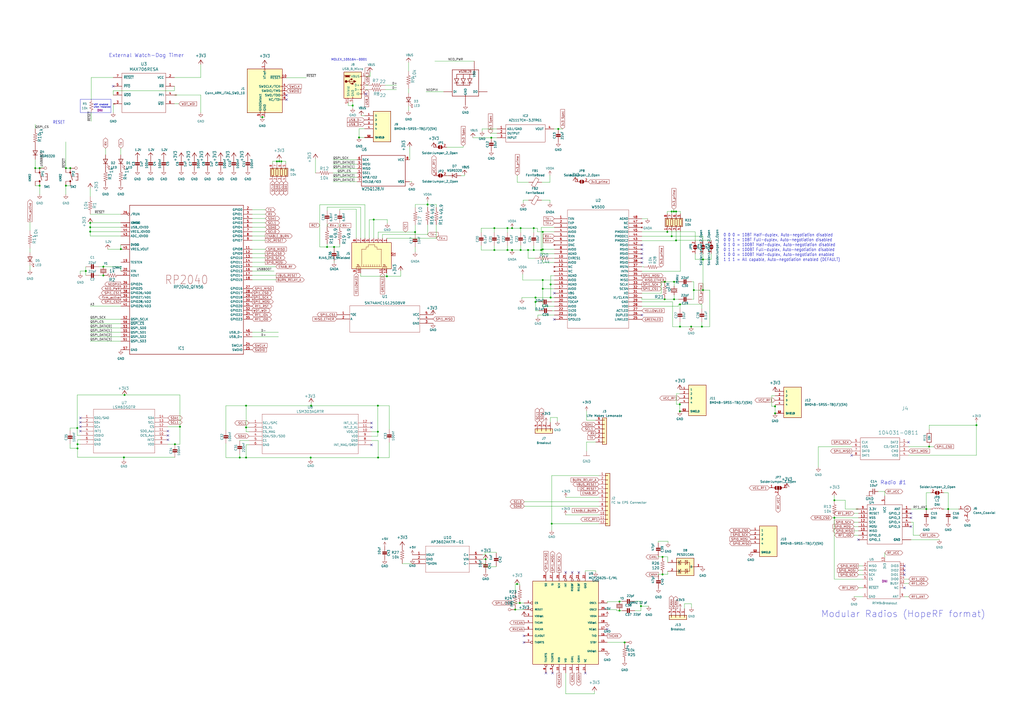
<source format=kicad_sch>
(kicad_sch (version 20230121) (generator eeschema)
  (paper "A2")
  (junction (at 407.797 168.275))
  (junction (at 390.906 122.682))
  (junction (at 189.738 143.256))
  (junction (at 281.7114 324.3834))
  (junction (at 44.958 257.683))
  (junction (at 20.447 97.536))
  (junction (at 389.636 137.033))
  (junction (at 384.3274 323.0372))
  (junction (at 298.8818 353.5934))
  (junction (at 180.467 235.331))
  (junction (at 180.213 265.43))
  (junction (at 391.033 163.449))
  (junction (at 286.766 132.334))
  (junction (at 22.987 107.696))
  (junction (at 394.3604 238.6076))
  (junction (at 550.037 295.275))
  (junction (at 142.748 235.331))
  (junction (at 314.833 162.433))
  (junction (at 219.202 250.444))
  (junction (at 302.006 132.334))
  (junction (at 309.626 145.034))
  (junction (at 449.6054 239.776))
  (junction (at 320.04 303.784))
  (junction (at 483.997 290.195))
  (junction (at 566.42 246.634))
  (junction (at 449.6054 235.712))
  (junction (at 309.626 132.334))
  (junction (at 40.767 97.536))
  (junction (at 59.944 159.766))
  (junction (at 44.958 260.096))
  (junction (at 297.053 132.334))
  (junction (at 160.655 93.599))
  (junction (at 314.833 167.513))
  (junction (at 70.104 144.526))
  (junction (at 139.065 265.43))
  (junction (at 38.227 107.696))
  (junction (at 323.85 74.803))
  (junction (at 359.3592 354.203))
  (junction (at 52.324 134.366))
  (junction (at 319.405 164.973))
  (junction (at 385.572 173.609))
  (junction (at 219.329 265.43))
  (junction (at 392.176 139.446))
  (junction (at 314.833 134.493))
  (junction (at 359.3592 348.9706))
  (junction (at 142.748 247.904))
  (junction (at 286.766 145.034))
  (junction (at 193.802 143.256))
  (junction (at 394.462 189.484))
  (junction (at 362.331 372.6434))
  (junction (at 394.462 176.53))
  (junction (at 248.031 118.618))
  (junction (at 310.642 175.133))
  (junction (at 314.833 144.653))
  (junction (at 216.789 127.381))
  (junction (at 284.988 79.883))
  (junction (at 52.324 129.286))
  (junction (at 38.227 97.536))
  (junction (at 391.033 173.609))
  (junction (at 371.8052 351.5868))
  (junction (at 161.925 93.599))
  (junction (at 240.792 134.62))
  (junction (at 313.944 145.034))
  (junction (at 142.748 265.43))
  (junction (at 483.997 300.355))
  (junction (at 44.831 248.285))
  (junction (at 59.944 154.686))
  (junction (at 72.263 229.108))
  (junction (at 538.988 259.08))
  (junction (at 389.636 122.682))
  (junction (at 204.597 61.214))
  (junction (at 319.405 172.593))
  (junction (at 101.473 257.683))
  (junction (at 49.784 157.226))
  (junction (at 152.1714 67.945))
  (junction (at 22.987 97.536))
  (junction (at 297.053 145.034))
  (junction (at 385.572 163.449))
  (junction (at 219.202 235.331))
  (junction (at 294.386 145.034))
  (junction (at 301.5234 349.7834))
  (junction (at 104.394 247.523))
  (junction (at 407.797 150.495))
  (junction (at 224.409 160.274))
  (junction (at 392.176 122.682))
  (junction (at 294.386 132.334))
  (junction (at 394.3604 234.5436))
  (junction (at 163.195 93.599))
  (junction (at 310.642 172.593))
  (junction (at 384.3274 333.1972))
  (junction (at 302.006 145.034))
  (junction (at 407.162 189.484))
  (junction (at 402.463 168.275))
  (junction (at 208.28 79.756))
  (junction (at 299.9486 338.7852))
  (junction (at 306.324 145.034))
  (junction (at 400.939 189.484))
  (junction (at 387.096 134.493))
  (junction (at 537.337 295.275))
  (junction (at 71.882 265.303))
  (junction (at 52.324 131.826))
  (no_connect (at 303.9872 372.6434))
  (no_connect (at 528.447 300.355))
  (no_connect (at 524.637 328.295))
  (no_connect (at 331.9272 332.0034))
  (no_connect (at 65.659 50.038))
  (no_connect (at 321.564 170.053))
  (no_connect (at 46.609 244.983))
  (no_connect (at 166.243 57.785))
  (no_connect (at 372.364 182.753))
  (no_connect (at 524.637 330.835))
  (no_connect (at 497.967 313.055))
  (no_connect (at 339.5472 390.4234))
  (no_connect (at 316.6872 390.4234))
  (no_connect (at 372.364 142.113))
  (no_connect (at 524.637 340.995))
  (no_connect (at 528.447 305.435))
  (no_connect (at 528.447 297.815))
  (no_connect (at 494.03 264.16))
  (no_connect (at 321.564 185.293))
  (no_connect (at 320.4972 390.4234))
  (no_connect (at 303.9872 368.8334))
  (no_connect (at 166.243 55.245))
  (no_connect (at 212.217 54.483))
  (no_connect (at 97.409 255.143))
  (no_connect (at 527.05 256.54))
  (no_connect (at 215.519 258.064))
  (no_connect (at 524.637 333.375))
  (no_connect (at 372.364 144.653))
  (no_connect (at 372.364 147.193))
  (no_connect (at 46.609 250.063))
  (no_connect (at 352.2472 365.0234))
  (no_connect (at 215.519 245.364))
  (no_connect (at 335.7372 332.0034))
  (no_connect (at 372.364 149.733))
  (no_connect (at 46.609 247.523))
  (no_connect (at 97.409 252.603))
  (no_connect (at 372.364 152.273))
  (no_connect (at 328.1172 332.0034))
  (no_connect (at 215.519 247.904))
  (no_connect (at 97.409 250.063))
  (no_connect (at 46.609 242.443))
  (wire (pts (xy 240.919 130.556) (xy 240.919 134.62)))
  (wire (pts (xy 223.52 49.403) (xy 229.997 49.403)))
  (wire (pts (xy 193.167 95.25) (xy 207.137 95.25)))
  (wire (pts (xy 383.667 163.449) (xy 383.667 170.053)))
  (wire (pts (xy 214.249 127.381) (xy 216.789 127.381)))
  (wire (pts (xy 397.0528 350.266) (xy 401.1168 350.266)))
  (wire (pts (xy 401.1168 350.266) (xy 401.1168 352.425)))
  (wire (pts (xy 139.065 263.398) (xy 139.065 265.43)))
  (wire (pts (xy 500.507 340.995) (xy 497.967 340.995)))
  (wire (pts (xy 225.806 249.047) (xy 225.806 235.331)))
  (wire (pts (xy 497.967 305.435) (xy 495.427 305.435)))
  (wire (pts (xy 306.705 105.791) (xy 300.101 105.791)))
  (wire (pts (xy 216.789 127.381) (xy 224.663 127.381)))
  (wire (pts (xy 391.033 163.449) (xy 393.573 163.449)))
  (wire (pts (xy 403.225 150.495) (xy 407.797 150.495)))
  (wire (pts (xy 139.065 255.524) (xy 144.399 255.524)))
  (wire (pts (xy 70.104 85.979) (xy 70.104 89.789)))
  (wire (pts (xy 202.057 61.214) (xy 204.597 61.214)))
  (wire (pts (xy 407.797 168.275) (xy 411.734 168.275)))
  (wire (pts (xy 495.427 310.515) (xy 497.967 310.515)))
  (wire (pts (xy 407.797 150.495) (xy 412.623 150.495)))
  (wire (pts (xy 219.329 138.176) (xy 219.329 134.62)))
  (wire (pts (xy 52.324 197.866) (xy 70.104 197.866)))
  (wire (pts (xy 394.3604 233.5276) (xy 394.3604 234.5436)))
  (wire (pts (xy 314.833 134.493) (xy 314.833 144.653)))
  (wire (pts (xy 215.519 255.524) (xy 219.329 255.524)))
  (wire (pts (xy 314.833 177.673) (xy 314.833 167.513)))
  (wire (pts (xy 306.324 149.733) (xy 306.324 145.034)))
  (wire (pts (xy 321.564 131.953) (xy 313.944 131.953)))
  (wire (pts (xy 359.3592 348.9706) (xy 352.2218 348.9706)))
  (wire (pts (xy 40.64 248.285) (xy 44.831 248.285)))
  (wire (pts (xy 547.497 285.877) (xy 550.037 285.877)))
  (wire (pts (xy 269.494 101.854) (xy 269.494 101.219)))
  (wire (pts (xy 215.519 250.444) (xy 219.202 250.444)))
  (wire (pts (xy 297.053 132.334) (xy 302.006 132.334)) (stroke (width 0.1524)))
  (wire (pts (xy 213.36 49.403) (xy 212.217 49.403)))
  (wire (pts (xy 131.064 257.175) (xy 131.064 265.43)))
  (wire (pts (xy 52.324 192.786) (xy 70.104 192.786)))
  (wire (pts (xy 393.573 176.53) (xy 394.462 176.53)))
  (wire (pts (xy 180.213 265.43) (xy 180.213 266.446)))
  (wire (pts (xy 340.233 256.413) (xy 340.233 261.747)))
  (wire (pts (xy 219.202 235.331) (xy 180.467 235.331)))
  (wire (pts (xy 62.484 144.526) (xy 70.104 144.526)))
  (wire (pts (xy 44.831 229.108) (xy 72.263 229.108)))
  (wire (pts (xy 146.304 149.606) (xy 153.924 149.606)))
  (wire (pts (xy 240.792 143.256) (xy 240.792 146.177)))
  (wire (pts (xy 447.6496 235.712) (xy 449.6054 235.712)))
  (wire (pts (xy 97.409 257.683) (xy 101.473 257.683)))
  (wire (pts (xy 142.748 235.331) (xy 142.748 247.904)))
  (wire (pts (xy 310.642 180.213) (xy 310.642 175.133)))
  (wire (pts (xy 538.988 248.92) (xy 538.988 246.634)))
  (wire (pts (xy 449.6054 229.616) (xy 447.6496 229.616)))
  (wire (pts (xy 146.304 131.826) (xy 153.924 131.826)))
  (wire (pts (xy 313.944 145.034) (xy 309.626 145.034)))
  (wire (pts (xy 240.919 120.396) (xy 240.919 118.618)))
  (wire (pts (xy 139.065 255.778) (xy 139.065 255.524)))
  (wire (pts (xy 326.39 74.803) (xy 323.85 74.803)))
  (wire (pts (xy 38.227 82.296) (xy 38.227 97.536)))
  (wire (pts (xy 303.149 162.433) (xy 303.149 159.004)))
  (wire (pts (xy 279.8826 324.3834) (xy 281.7114 324.3834)))
  (wire (pts (xy 65.659 60.198) (xy 65.659 65.278)))
  (wire (pts (xy 539.877 285.877) (xy 537.337 285.877)))
  (wire (pts (xy 209.169 138.176) (xy 209.169 120.142)))
  (wire (pts (xy 281.7114 324.3834) (xy 281.7114 324.4088)))
  (wire (pts (xy 257.302 53.213) (xy 247.142 53.213)))
  (wire (pts (xy 403.225 134.493) (xy 387.096 134.493)))
  (wire (pts (xy 302.006 142.494) (xy 302.006 145.034)) (stroke (width 0.1524)))
  (wire (pts (xy 313.944 131.953) (xy 313.944 145.034)))
  (wire (pts (xy 550.037 295.275) (xy 556.133 295.275)))
  (wire (pts (xy 204.597 61.214) (xy 204.597 59.563)))
  (wire (pts (xy 328.1172 390.4234) (xy 328.1172 402.4376)))
  (wire (pts (xy 309.626 142.494) (xy 309.626 145.034)))
  (wire (pts (xy 216.789 127.381) (xy 216.789 138.176)))
  (wire (pts (xy 304.165 293.624) (xy 347.472 293.624)))
  (wire (pts (xy 131.064 249.555) (xy 131.064 235.331)))
  (wire (pts (xy 392.4046 234.5436) (xy 394.3604 234.5436)))
  (wire (pts (xy 306.578 116.078) (xy 303.53 116.078)))
  (wire (pts (xy 483.997 300.355) (xy 483.997 335.915)))
  (wire (pts (xy 490.347 295.275) (xy 490.347 290.195)))
  (wire (pts (xy 391.033 165.989) (xy 391.033 163.449)))
  (wire (pts (xy 328.1172 402.4376) (xy 344.8304 402.4376)))
  (wire (pts (xy 70.104 141.986) (xy 70.104 144.526)))
  (wire (pts (xy 529.717 302.895) (xy 529.717 310.515)))
  (wire (pts (xy 163.195 93.599) (xy 161.925 93.599)))
  (wire (pts (xy 165.735 93.599) (xy 163.195 93.599)))
  (wire (pts (xy 314.833 167.513) (xy 314.833 162.433)))
  (wire (pts (xy 391.033 163.449) (xy 385.572 163.449)))
  (wire (pts (xy 390.906 121.412) (xy 390.906 122.682)))
  (wire (pts (xy 393.573 177.673) (xy 393.573 176.53)))
  (wire (pts (xy 287.8582 328.3966) (xy 287.8582 328.803)))
  (wire (pts (xy 204.597 61.214) (xy 204.597 62.738)))
  (wire (pts (xy 211.709 118.745) (xy 185.547 118.745)))
  (wire (pts (xy 240.792 134.62) (xy 240.792 135.636)))
  (wire (pts (xy 373.4562 154.813) (xy 373.4562 154.8892)))
  (wire (pts (xy 372.364 173.609) (xy 372.364 172.593)))
  (wire (pts (xy 146.304 147.066) (xy 153.924 147.066)))
  (wire (pts (xy 207.137 100.33) (xy 193.167 100.33)))
  (wire (pts (xy 219.202 250.444) (xy 219.202 235.331)))
  (wire (pts (xy 20.447 107.696) (xy 22.987 107.696)))
  (wire (pts (xy 312.674 180.213) (xy 310.642 180.213)))
  (wire (pts (xy 281.3812 326.9234) (xy 281.3812 328.803)))
  (wire (pts (xy 209.55 67.056) (xy 209.55 66.929)))
  (wire (pts (xy 550.037 285.877) (xy 550.037 295.275)))
  (wire (pts (xy 345.5162 331.1398) (xy 339.5472 331.1398)))
  (wire (pts (xy 279.146 142.494) (xy 279.146 145.034)) (stroke (width 0.1524)))
  (wire (pts (xy 368.3 354.203) (xy 371.8052 354.203)))
  (wire (pts (xy 497.967 295.275) (xy 490.347 295.275)))
  (wire (pts (xy 193.802 151.511) (xy 193.802 152.273)))
  (wire (pts (xy 391.033 171.069) (xy 391.033 173.609)))
  (wire (pts (xy 225.806 235.331) (xy 219.202 235.331)))
  (wire (pts (xy 392.176 123.952) (xy 392.176 122.682)))
  (wire (pts (xy 281.3558 320.4464) (xy 287.8582 320.4464)))
  (wire (pts (xy 412.623 139.446) (xy 392.176 139.446)))
  (wire (pts (xy 394.716 123.952) (xy 394.716 122.682)))
  (wire (pts (xy 160.655 93.599) (xy 160.655 94.869)))
  (wire (pts (xy 407.797 147.193) (xy 407.797 150.495)))
  (wire (pts (xy 281.3558 321.8434) (xy 281.3558 320.4464)))
  (wire (pts (xy 314.325 105.791) (xy 319.024 105.791)))
  (wire (pts (xy 237.617 85.09) (xy 237.617 92.71)))
  (wire (pts (xy 233.3244 326.9234) (xy 239.2426 326.9234)))
  (wire (pts (xy 70.104 154.686) (xy 70.104 157.226)))
  (wire (pts (xy 513.207 320.675) (xy 513.207 323.215)))
  (wire (pts (xy 298.8818 353.5934) (xy 303.9872 353.5934)))
  (wire (pts (xy 146.304 129.286) (xy 153.924 129.286)))
  (wire (pts (xy 223.52 51.943) (xy 229.997 51.943)))
  (wire (pts (xy 232.41 156.972) (xy 232.41 160.274)))
  (wire (pts (xy 347.472 275.844) (xy 320.04 275.844)))
  (wire (pts (xy 302.006 145.034) (xy 306.324 145.034)) (stroke (width 0.1524)))
  (wire (pts (xy 538.988 246.634) (xy 566.42 246.634)))
  (wire (pts (xy 44.958 255.143) (xy 44.958 257.683)))
  (wire (pts (xy 301.5234 349.7834) (xy 303.9872 349.7834)))
  (wire (pts (xy 340.233 243.713) (xy 345.567 243.713)))
  (wire (pts (xy 158.115 93.599) (xy 158.115 94.869)))
  (wire (pts (xy 359.3592 348.8436) (xy 359.3592 348.9706)))
  (wire (pts (xy 371.8052 348.8436) (xy 371.8052 351.5868)))
  (wire (pts (xy 394.462 176.53) (xy 407.162 176.53)) (stroke (width 0.1524)))
  (wire (pts (xy 131.064 265.43) (xy 139.065 265.43)))
  (wire (pts (xy 483.997 300.355) (xy 497.967 300.355)))
  (wire (pts (xy 259.207 85.344) (xy 268.732 85.344)))
  (wire (pts (xy 17.399 154.051) (xy 17.399 156.591)))
  (wire (pts (xy 313.944 147.193) (xy 313.944 145.034)))
  (wire (pts (xy 384.3274 333.1972) (xy 387.3246 333.1972)))
  (wire (pts (xy 394.3604 234.5436) (xy 394.3604 238.6076)))
  (wire (pts (xy 183.007 91.948) (xy 183.007 100.33)))
  (wire (pts (xy 253.111 118.618) (xy 253.111 120.269)))
  (wire (pts (xy 224.409 160.274) (xy 224.409 158.496)))
  (wire (pts (xy 193.167 105.41) (xy 207.137 105.41)))
  (wire (pts (xy 279.8826 326.9234) (xy 281.3812 326.9234)))
  (wire (pts (xy 394.3604 228.4476) (xy 392.4046 228.4476)))
  (polyline (pts (xy 46.609 57.658) (xy 64.389 57.658)))
  (wire (pts (xy 116.459 55.118) (xy 116.459 65.278)))
  (wire (pts (xy 497.967 302.895) (xy 495.427 302.895)))
  (wire (pts (xy 44.958 257.683) (xy 46.609 257.683)))
  (wire (pts (xy 352.2218 349.7834) (xy 352.2472 349.7834)))
  (wire (pts (xy 153.924 124.206) (xy 146.304 124.206)))
  (wire (pts (xy 387.5024 313.944) (xy 387.5024 314.8076)))
  (wire (pts (xy 311.785 134.493) (xy 311.785 132.334)))
  (wire (pts (xy 392.176 134.112) (xy 392.176 139.446)))
  (wire (pts (xy 449.6054 235.712) (xy 449.6054 239.776)))
  (wire (pts (xy 236.982 51.435) (xy 236.982 53.975)))
  (polyline (pts (xy 46.609 65.278) (xy 46.609 57.658)))
  (wire (pts (xy 52.324 136.906) (xy 52.324 134.366)))
  (wire (pts (xy 402.463 168.275) (xy 407.797 168.275)))
  (wire (pts (xy 302.006 132.334) (xy 309.626 132.334)) (stroke (width 0.1524)))
  (wire (pts (xy 389.636 137.033) (xy 372.364 137.033)))
  (wire (pts (xy 116.459 44.958) (xy 116.459 37.338)))
  (wire (pts (xy 221.869 136.017) (xy 248.031 136.017)))
  (wire (pts (xy 385.572 173.609) (xy 391.033 173.609)))
  (wire (pts (xy 323.342 242.189) (xy 323.342 244.348)))
  (wire (pts (xy 381.8636 313.944) (xy 387.5024 313.944)))
  (wire (pts (xy 319.278 244.983) (xy 319.278 242.189)))
  (wire (pts (xy 407.797 139.573) (xy 407.797 137.033)))
  (wire (pts (xy 70.104 131.826) (xy 52.324 131.826)))
  (wire (pts (xy 312.039 182.753) (xy 321.564 182.753)))
  (wire (pts (xy 52.324 195.326) (xy 70.104 195.326)))
  (wire (pts (xy 297.053 145.034) (xy 302.006 145.034)) (stroke (width 0.1524)))
  (wire (pts (xy 219.329 255.524) (xy 219.329 265.43)))
  (wire (pts (xy 240.919 134.62) (xy 240.792 134.62)))
  (wire (pts (xy 403.225 147.193) (xy 403.225 150.495)))
  (wire (pts (xy 146.304 144.526) (xy 153.924 144.526)))
  (wire (pts (xy 384.3274 323.0372) (xy 387.3246 323.0372)))
  (wire (pts (xy 328.168 288.544) (xy 347.472 288.544)))
  (wire (pts (xy 314.833 144.653) (xy 314.833 152.273)))
  (wire (pts (xy 52.324 108.966) (xy 52.324 114.046)))
  (wire (pts (xy 236.982 61.595) (xy 236.982 64.135)))
  (wire (pts (xy 319.024 105.791) (xy 319.024 101.727)))
  (wire (pts (xy 103.759 60.198) (xy 101.219 60.198)))
  (wire (pts (xy 306.324 145.034) (xy 309.626 145.034)) (stroke (width 0.1524)))
  (wire (pts (xy 389.636 134.112) (xy 389.636 137.033)))
  (wire (pts (xy 166.243 45.085) (xy 177.673 45.085)))
  (wire (pts (xy 321.564 172.593) (xy 319.405 172.593)))
  (wire (pts (xy 394.716 157.353) (xy 372.364 157.353)))
  (wire (pts (xy 390.906 122.682) (xy 389.636 122.682)))
  (wire (pts (xy 397.0528 353.06) (xy 397.0528 350.266)))
  (wire (pts (xy 321.564 134.493) (xy 314.833 134.493)))
  (wire (pts (xy 387.096 134.493) (xy 372.364 134.493)))
  (wire (pts (xy 319.278 242.189) (xy 323.342 242.189)))
  (wire (pts (xy 20.447 74.676) (xy 20.447 72.136)))
  (wire (pts (xy 360.68 348.8436) (xy 359.3592 348.8436)))
  (wire (pts (xy 22.987 97.536) (xy 20.447 97.536)))
  (wire (pts (xy 321.564 177.673) (xy 314.833 177.673)))
  (wire (pts (xy 537.337 285.877) (xy 537.337 295.275)))
  (wire (pts (xy 274.32 79.883) (xy 284.988 79.883)))
  (wire (pts (xy 59.944 154.686) (xy 57.404 154.686)))
  (wire (pts (xy 160.02 154.686) (xy 146.304 154.686)))
  (wire (pts (xy 339.5472 331.1398) (xy 339.5472 332.0034)))
  (wire (pts (xy 394.462 176.53) (xy 394.462 179.07)) (stroke (width 0.1524)))
  (wire (pts (xy 17.399 143.891) (xy 17.399 146.431)))
  (wire (pts (xy 296.799 349.7834) (xy 301.5234 349.7834)))
  (wire (pts (xy 287.8582 320.4464) (xy 287.8582 320.7766)))
  (wire (pts (xy 394.716 122.682) (xy 392.176 122.682)))
  (wire (pts (xy 310.642 175.133) (xy 310.642 172.593)))
  (wire (pts (xy 294.386 132.334) (xy 297.053 132.334)) (stroke (width 0.1524)))
  (wire (pts (xy 214.249 138.176) (xy 214.249 127.381)))
  (wire (pts (xy 372.364 126.873) (xy 375.666 126.873)))
  (wire (pts (xy 248.031 116.84) (xy 248.031 118.618)))
  (wire (pts (xy 304.165 291.084) (xy 347.472 291.084)))
  (wire (pts (xy 513.207 285.115) (xy 509.397 285.115)))
  (wire (pts (xy 44.958 257.683) (xy 44.958 260.096)))
  (wire (pts (xy 219.329 134.62) (xy 240.792 134.62)))
  (wire (pts (xy 97.409 247.523) (xy 104.394 247.523)))
  (wire (pts (xy 319.024 116.078) (xy 319.024 117.602)))
  (wire (pts (xy 389.636 122.682) (xy 387.096 122.682)))
  (wire (pts (xy 116.459 44.958) (xy 101.219 44.958)))
  (wire (pts (xy 314.198 116.078) (xy 319.024 116.078)))
  (wire (pts (xy 151.003 67.945) (xy 152.1714 67.945)))
  (wire (pts (xy 314.833 144.653) (xy 321.564 144.653)))
  (wire (pts (xy 286.766 134.874) (xy 286.766 132.334)) (stroke (width 0.1524)))
  (wire (pts (xy 40.64 260.096) (xy 44.958 260.096)))
  (wire (pts (xy 359.3592 354.0506) (xy 359.3592 354.203)))
  (wire (pts (xy 392.4046 228.4476) (xy 392.4046 234.5436)))
  (wire (pts (xy 368.3 348.8436) (xy 371.8052 348.8436)))
  (wire (pts (xy 224.663 127.381) (xy 224.663 129.54)))
  (wire (pts (xy 146.304 134.366) (xy 153.924 134.366)))
  (wire (pts (xy 407.797 150.622) (xy 407.797 168.275)))
  (wire (pts (xy 104.394 257.683) (xy 104.394 247.523)))
  (wire (pts (xy 527.05 264.16) (xy 566.42 264.16)))
  (wire (pts (xy 65.659 44.958) (xy 52.959 44.958)))
  (wire (pts (xy 314.833 162.433) (xy 303.149 162.433)))
  (wire (pts (xy 131.064 235.331) (xy 142.748 235.331)))
  (wire (pts (xy 146.304 126.746) (xy 153.924 126.746)))
  (wire (pts (xy 286.766 132.334) (xy 294.386 132.334)) (stroke (width 0.1524)))
  (wire (pts (xy 248.031 130.302) (xy 248.031 136.017)))
  (wire (pts (xy 52.959 44.958) (xy 52.959 57.658)))
  (wire (pts (xy 345.567 256.413) (xy 340.233 256.413)))
  (wire (pts (xy 321.564 159.893) (xy 319.405 159.893)))
  (wire (pts (xy 381.8636 322.4276) (xy 381.8636 323.0372)))
  (wire (pts (xy 279.146 132.334) (xy 286.766 132.334)) (stroke (width 0.1524)))
  (wire (pts (xy 52.324 134.366) (xy 52.324 131.826)))
  (wire (pts (xy 44.958 265.303) (xy 71.882 265.303)))
  (wire (pts (xy 52.324 177.546) (xy 70.104 177.546)))
  (wire (pts (xy 219.329 265.43) (xy 180.213 265.43)))
  (wire (pts (xy 411.734 168.275) (xy 411.734 189.484)))
  (wire (pts (xy 294.386 142.494) (xy 294.386 145.034)) (stroke (width 0.1524)))
  (wire (pts (xy 383.667 170.053) (xy 372.364 170.053)))
  (wire (pts (xy 402.463 173.609) (xy 402.463 168.275)))
  (wire (pts (xy 208.28 74.676) (xy 208.28 79.756)))
  (wire (pts (xy 302.006 134.874) (xy 302.006 132.334)) (stroke (width 0.1524)))
  (wire (pts (xy 390.144 189.484) (xy 394.462 189.484)))
  (wire (pts (xy 44.831 252.603) (xy 44.831 248.285)))
  (wire (pts (xy 310.642 172.593) (xy 302.768 172.593)))
  (wire (pts (xy 321.564 162.433) (xy 314.833 162.433)))
  (wire (pts (xy 189.738 143.256) (xy 193.802 143.256)))
  (wire (pts (xy 321.564 164.973) (xy 319.405 164.973)))
  (wire (pts (xy 284.48 77.343) (xy 288.29 77.343)))
  (wire (pts (xy 71.882 265.303) (xy 71.882 266.7)))
  (wire (pts (xy 372.364 154.813) (xy 373.4562 154.813)))
  (wire (pts (xy 394.716 134.112) (xy 394.716 157.353)))
  (wire (pts (xy 146.304 136.906) (xy 153.924 136.906)))
  (wire (pts (xy 146.304 159.766) (xy 160.274 159.766)))
  (wire (pts (xy 286.766 142.494) (xy 286.766 145.034)) (stroke (width 0.1524)))
  (wire (pts (xy 279.654 76.073) (xy 279.654 74.803)))
  (wire (pts (xy 319.405 164.973) (xy 319.405 172.593)))
  (wire (pts (xy 212.217 44.323) (xy 214.757 44.323)))
  (wire (pts (xy 528.447 313.055) (xy 544.957 313.055)))
  (wire (pts (xy 392.176 122.682) (xy 390.906 122.682)))
  (wire (pts (xy 40.767 107.696) (xy 38.227 107.696)))
  (wire (pts (xy 347.472 298.704) (xy 328.041 298.704)))
  (wire (pts (xy 320.294 180.213) (xy 321.564 180.213)))
  (wire (pts (xy 352.2472 353.5934) (xy 357.7844 353.5934)))
  (wire (pts (xy 209.169 158.496) (xy 209.169 160.274)))
  (wire (pts (xy 298.8818 343.4334) (xy 298.8818 338.7852)))
  (wire (pts (xy 319.405 159.893) (xy 319.405 164.973)))
  (wire (pts (xy 248.031 118.618) (xy 248.031 120.142)))
  (wire (pts (xy 281.3812 328.803) (xy 287.8582 328.803)))
  (wire (pts (xy 412.623 150.495) (xy 412.623 147.066)))
  (wire (pts (xy 207.137 102.87) (xy 193.167 102.87)))
  (wire (pts (xy 309.626 132.334) (xy 309.626 134.874)) (stroke (width 0.1524)))
  (wire (pts (xy 352.2472 372.6434) (xy 362.331 372.6434)))
  (wire (pts (xy 142.748 235.331) (xy 180.467 235.331)))
  (wire (pts (xy 527.177 346.075) (xy 524.637 346.075)))
  (wire (pts (xy 197.104 141.605) (xy 197.104 143.256)))
  (wire (pts (xy 495.427 346.075) (xy 500.507 346.075)))
  (wire (pts (xy 225.806 256.667) (xy 225.806 265.43)))
  (wire (pts (xy 248.031 118.618) (xy 253.111 118.618)))
  (wire (pts (xy 303.53 116.078) (xy 303.53 117.602)))
  (wire (pts (xy 394.462 186.69) (xy 394.462 189.484)))
  (wire (pts (xy 371.8052 351.5868) (xy 371.8052 354.203)))
  (wire (pts (xy 219.202 252.984) (xy 219.202 250.444)))
  (wire (pts (xy 104.394 247.523) (xy 104.394 229.108)))
  (wire (pts (xy 240.919 118.618) (xy 248.031 118.618)))
  (wire (pts (xy 185.547 143.256) (xy 189.738 143.256)))
  (wire (pts (xy 259.334 101.854) (xy 259.842 101.854)))
  (wire (pts (xy 320.548 149.733) (xy 321.564 149.733)))
  (wire (pts (xy 360.68 354.203) (xy 359.3592 354.203)))
  (wire (pts (xy 528.447 295.275) (xy 537.337 295.275)))
  (wire (pts (xy 253.111 130.429) (xy 253.111 138.176)))
  (wire (pts (xy 101.473 265.303) (xy 71.882 265.303)))
  (wire (pts (xy 447.6496 229.616) (xy 447.6496 235.712)))
  (wire (pts (xy 494.03 259.08) (xy 474.726 259.08)))
  (wire (pts (xy 40.64 257.429) (xy 40.64 260.096)))
  (wire (pts (xy 497.967 307.975) (xy 495.427 307.975)))
  (wire (pts (xy 449.6054 234.696) (xy 449.6054 235.712)))
  (wire (pts (xy 46.609 255.143) (xy 44.958 255.143)))
  (wire (pts (xy 207.137 92.71) (xy 193.167 92.71)))
  (wire (pts (xy 302.768 172.593) (xy 302.768 173.355)))
  (wire (pts (xy 52.324 131.826) (xy 52.324 129.286)))
  (wire (pts (xy 393.573 173.609) (xy 391.033 173.609)))
  (wire (pts (xy 46.609 252.603) (xy 44.831 252.603)))
  (wire (pts (xy 52.959 65.278) (xy 52.959 70.358)))
  (wire (pts (xy 372.364 177.673) (xy 393.573 177.673)))
  (wire (pts (xy 144.399 258.064) (xy 142.748 258.064)))
  (wire (pts (xy 146.304 162.306) (xy 160.274 162.306)))
  (wire (pts (xy 185.547 118.745) (xy 185.547 143.256)))
  (wire (pts (xy 321.564 167.513) (xy 314.833 167.513)))
  (wire (pts (xy 268.732 84.582) (xy 268.732 85.344)))
  (polyline (pts (xy 64.389 65.278) (xy 46.609 65.278)))
  (wire (pts (xy 320.04 303.784) (xy 320.04 307.594)))
  (wire (pts (xy 387.096 134.112) (xy 387.096 134.493)))
  (wire (pts (xy 407.162 179.07) (xy 407.162 176.53)) (stroke (width 0.1524)))
  (wire (pts (xy 407.797 137.033) (xy 389.636 137.033)))
  (polyline (pts (xy 64.389 57.658) (xy 64.389 65.278)))
  (wire (pts (xy 144.399 250.444) (xy 142.748 250.444)))
  (wire (pts (xy 279.8826 321.8434) (xy 281.3558 321.8434)))
  (wire (pts (xy 221.869 138.176) (xy 221.869 136.017)))
  (wire (pts (xy 44.958 260.096) (xy 44.958 265.303)))
  (wire (pts (xy 38.227 97.536) (xy 40.767 97.536)))
  (wire (pts (xy 527.177 338.455) (xy 524.637 338.455)))
  (wire (pts (xy 206.629 121.285) (xy 197.104 121.285)))
  (wire (pts (xy 490.347 290.195) (xy 483.997 290.195)))
  (wire (pts (xy 70.104 187.706) (xy 52.324 187.706)))
  (wire (pts (xy 500.507 328.295) (xy 497.967 328.295)))
  (wire (pts (xy 70.104 129.286) (xy 52.324 129.286)))
  (wire (pts (xy 142.748 265.43) (xy 180.213 265.43)))
  (wire (pts (xy 206.629 138.176) (xy 206.629 121.285)))
  (wire (pts (xy 387.3246 326.2884) (xy 387.3246 323.0372)))
  (wire (pts (xy 279.146 134.874) (xy 279.146 132.334)) (stroke (width 0.1524)))
  (wire (pts (xy 320.04 175.133) (xy 321.564 175.133)))
  (wire (pts (xy 70.104 136.906) (xy 52.324 136.906)))
  (wire (pts (xy 44.831 248.285) (xy 44.831 229.108)))
  (wire (pts (xy 142.748 258.064) (xy 142.748 265.43)))
  (wire (pts (xy 101.219 55.118) (xy 116.459 55.118)))
  (wire (pts (xy 40.64 249.809) (xy 40.64 248.285)))
  (wire (pts (xy 279.146 145.034) (xy 286.766 145.034)) (stroke (width 0.1524)))
  (wire (pts (xy 70.104 185.166) (xy 52.324 185.166)))
  (wire (pts (xy 146.304 121.666) (xy 153.924 121.666)))
  (wire (pts (xy 165.735 94.869) (xy 165.735 93.599)))
  (wire (pts (xy 104.394 229.108) (xy 72.263 229.108)))
  (wire (pts (xy 211.455 67.056) (xy 209.55 67.056)))
  (wire (pts (xy 381.8636 323.0372) (xy 384.3274 323.0372)))
  (wire (pts (xy 70.104 134.366) (xy 52.324 134.366)))
  (wire (pts (xy 392.176 139.446) (xy 392.176 139.573)))
  (wire (pts (xy 284.988 79.883) (xy 288.29 79.883)))
  (wire (pts (xy 202.057 61.214) (xy 202.057 59.563)))
  (wire (pts (xy 101.219 52.578) (xy 101.219 50.038)))
  (wire (pts (xy 547.497 295.275) (xy 550.037 295.275)))
  (wire (pts (xy 381.9652 333.6798) (xy 381.9652 333.1972)))
  (wire (pts (xy 411.734 189.484) (xy 407.162 189.484)))
  (wire (pts (xy 161.925 92.329) (xy 161.925 93.599)))
  (wire (pts (xy 527.177 335.915) (xy 524.637 335.915)))
  (wire (pts (xy 65.659 52.578) (xy 101.219 52.578)))
  (wire (pts (xy 214.757 44.323) (xy 214.757 41.783)))
  (wire (pts (xy 20.447 92.456) (xy 20.447 97.536)))
  (wire (pts (xy 215.519 252.984) (xy 219.202 252.984)))
  (wire (pts (xy 209.169 120.142) (xy 189.738 120.142)))
  (wire (pts (xy 286.766 145.034) (xy 294.386 145.034)) (stroke (width 0.1524)))
  (wire (pts (xy 101.473 257.683) (xy 104.394 257.683)))
  (wire (pts (xy 529.717 310.515) (xy 533.527 310.515)))
  (wire (pts (xy 352.2218 348.9706) (xy 352.2218 349.7834)))
  (wire (pts (xy 372.364 175.133) (xy 390.144 175.133)))
  (wire (pts (xy 57.404 159.766) (xy 59.944 159.766)))
  (wire (pts (xy 207.137 97.79) (xy 193.167 97.79)))
  (wire (pts (xy 340.233 238.379) (xy 340.233 243.713)))
  (wire (pts (xy 394.462 189.484) (xy 400.939 189.484)))
  (wire (pts (xy 208.28 79.756) (xy 211.455 79.756)))
  (wire (pts (xy 483.997 335.915) (xy 500.507 335.915)))
  (wire (pts (xy 22.987 107.696) (xy 22.987 112.776)))
  (wire (pts (xy 497.967 297.815) (xy 495.427 297.815)))
  (wire (pts (xy 312.42 175.133) (xy 310.642 175.133)))
  (wire (pts (xy 70.104 124.206) (xy 52.324 124.206)))
  (wire (pts (xy 189.738 141.478) (xy 189.738 143.256)))
  (wire (pts (xy 142.748 250.444) (xy 142.748 247.904)))
  (wire (pts (xy 381.8636 314.8076) (xy 381.8636 313.944)))
  (wire (pts (xy 320.04 275.844) (xy 320.04 303.784)))
  (wire (pts (xy 407.162 186.69) (xy 407.162 189.484)))
  (wire (pts (xy 211.709 138.176) (xy 211.709 118.745)))
  (wire (pts (xy 160.655 93.599) (xy 158.115 93.599)))
  (wire (pts (xy 294.386 145.034) (xy 297.053 145.034)) (stroke (width 0.1524)))
  (wire (pts (xy 402.463 168.275) (xy 402.463 163.449)))
  (wire (pts (xy 482.727 300.355) (xy 483.997 300.355)))
  (wire (pts (xy 49.784 157.226) (xy 49.784 159.766)))
  (wire (pts (xy 180.467 233.68) (xy 180.467 235.331)))
  (wire (pts (xy 500.507 330.835) (xy 497.967 330.835)))
  (wire (pts (xy 400.939 189.484) (xy 407.162 189.484)))
  (wire (pts (xy 513.207 285.115) (xy 513.207 287.655)))
  (wire (pts (xy 225.806 265.43) (xy 219.329 265.43)))
  (wire (pts (xy 362.331 372.6434) (xy 362.331 373.4054)))
  (wire (pts (xy 52.324 190.246) (xy 70.104 190.246)))
  (wire (pts (xy 146.304 192.786) (xy 161.544 192.786)))
  (wire (pts (xy 357.7844 353.5934) (xy 357.7844 354.203)))
  (wire (pts (xy 383.667 163.449) (xy 385.572 163.449)))
  (wire (pts (xy 566.42 246.634) (xy 566.42 264.16)))
  (wire (pts (xy 46.609 157.226) (xy 49.784 157.226)))
  (wire (pts (xy 189.738 129.794) (xy 189.738 131.318)))
  (wire (pts (xy 237.617 105.41) (xy 238.887 105.41)))
  (wire (pts (xy 139.065 265.43) (xy 142.748 265.43)))
  (wire (pts (xy 152.1714 67.945) (xy 153.543 67.945)))
  (wire (pts (xy 387.096 122.682) (xy 387.096 123.952)))
  (wire (pts (xy 253.111 138.176) (xy 224.409 138.176)))
  (wire (pts (xy 381.9652 333.1972) (xy 384.3274 333.1972)))
  (wire (pts (xy 538.988 259.08) (xy 541.782 259.08)))
  (wire (pts (xy 345.5162 331.8256) (xy 345.5162 331.1398)))
  (wire (pts (xy 320.04 303.784) (xy 347.472 303.784)))
  (wire (pts (xy 146.304 152.146) (xy 153.924 152.146)))
  (wire (pts (xy 65.659 55.118) (xy 65.659 52.578)))
  (wire (pts (xy 527.05 259.08) (xy 538.988 259.08)))
  (wire (pts (xy 314.833 134.493) (xy 311.785 134.493)))
  (wire (pts (xy 146.304 157.226) (xy 159.004 157.226)))
  (wire (pts (xy 321.564 152.273) (xy 314.833 152.273)))
  (wire (pts (xy 403.225 139.573) (xy 403.225 134.493)))
  (wire (pts (xy 389.636 122.682) (xy 389.636 123.952)))
  (wire (pts (xy 197.104 129.794) (xy 197.104 131.445)))
  (wire (pts (xy 371.8052 351.5868) (xy 376.3772 351.5868)))
  (wire (pts (xy 213.36 51.943) (xy 212.217 51.943)))
  (wire (pts (xy 310.388 149.733) (xy 306.324 149.733)))
  (wire (pts (xy 392.176 139.573) (xy 372.364 139.573)))
  (wire (pts (xy 49.784 154.686) (xy 49.784 157.226)))
  (wire (pts (xy 46.609 158.75) (xy 46.609 157.226)))
  (wire (pts (xy 387.3246 331.3684) (xy 387.3246 333.1972)))
  (wire (pts (xy 401.193 163.449) (xy 402.463 163.449)))
  (wire (pts (xy 321.564 147.193) (xy 313.944 147.193)))
  (wire (pts (xy 390.144 175.133) (xy 390.144 189.484)))
  (wire (pts (xy 279.654 74.803) (xy 288.29 74.803)))
  (wire (pts (xy 144.399 247.904) (xy 142.748 247.904)))
  (wire (pts (xy 500.507 333.375) (xy 497.967 333.375)))
  (wire (pts (xy 209.169 160.274) (xy 224.409 160.274)))
  (wire (pts (xy 25.146 96.647) (xy 22.987 97.536)))
  (wire (pts (xy 319.405 172.593) (xy 310.642 172.593)))
  (wire (pts (xy 566.42 244.856) (xy 566.42 246.634)))
  (wire (pts (xy 17.399 133.731) (xy 17.399 128.651)))
  (wire (pts (xy 323.85 74.803) (xy 321.31 74.803)))
  (wire (pts (xy 236.982 41.275) (xy 236.982 36.195)))
  (wire (pts (xy 474.726 259.08) (xy 474.726 271.018)))
  (wire (pts (xy 197.104 121.285) (xy 197.104 122.174)))
  (wire (pts (xy 193.802 143.256) (xy 197.104 143.256)))
  (wire (pts (xy 299.9486 338.7852) (xy 301.5234 338.7852)))
  (wire (pts (xy 401.193 173.609) (xy 402.463 173.609)))
  (wire (pts (xy 298.8818 338.7852) (xy 299.9486 338.7852)))
  (wire (pts (xy 311.785 132.334) (xy 309.626 132.334)))
  (wire (pts (xy 146.304 139.446) (xy 153.924 139.446)))
  (wire (pts (xy 189.738 120.142) (xy 189.738 122.174)))
  (wire (pts (xy 211.455 74.676) (xy 208.28 74.676)))
  (wire (pts (xy 301.5234 338.7852) (xy 301.5234 339.6234)))
  (wire (pts (xy 38.227 112.776) (xy 38.227 107.696)))
  (wire (pts (xy 163.195 94.869) (xy 163.195 93.599)))
  (wire (pts (xy 344.8304 402.4376) (xy 344.8304 400.9644)))
  (wire (pts (xy 312.039 183.896) (xy 312.039 182.753)))
  (wire (pts (xy 483.997 290.195) (xy 483.997 287.655)))
  (wire (pts (xy 146.304 195.326) (xy 161.544 195.326)))
  (wire (pts (xy 232.41 160.274) (xy 224.409 160.274)))
  (wire (pts (xy 528.447 302.895) (xy 529.717 302.895)))
  (wire (pts (xy 267.462 101.854) (xy 269.494 101.854)))
  (wire (pts (xy 193.802 143.256) (xy 193.802 143.891)))
  (wire (pts (xy 59.944 154.686) (xy 70.104 154.686)))
  (wire (pts (xy 357.7844 354.203) (xy 359.3592 354.203)))
  (wire (pts (xy 275.082 35.433) (xy 252.222 35.433)))
  (wire (pts (xy 294.386 134.874) (xy 294.386 132.334)) (stroke (width 0.1524)))
  (wire (pts (xy 61.214 85.979) (xy 61.214 89.789)))
  (wire (pts (xy 161.925 93.599) (xy 160.655 93.599)))
  (wire (pts (xy 372.364 173.609) (xy 385.572 173.609)))
  (wire (pts (xy 537.337 295.275) (xy 539.877 295.275)))
  (wire (pts (xy 300.101 105.791) (xy 300.101 101.727)))
  (text "Radio #1" (at 510.667 281.305 0) (effects (font (size 2.159 2.159)) (justify left bottom)))
  (text "0 0 0 = 10BT Half-duplex, Auto-negotiation disabled\n0 0 1 = 10BT Full-duplex, Auto-negotiation disabled\n0 1 0 = 100BT Half-duplex, Auto-negotiation disabled\n0 1 1 = 100BT Full-duplex, Auto-negotiation disabled\n1 0 0 = 100BT Half-duplex, Auto-negotiation enabled\n1 1 1 = All capable, Auto-negotiation enabled (DEFAULT)" (at 419.608 151.765 0) (effects (font (size 1.778 1.5113)) (justify left bottom)))
  (text "Modular Radios (HopeRF format)" (at 476.25 358.521 0) (effects (font (size 3.81 3.81)) (justify left bottom)))
  (text "MOLEX_105164-0001" (at 192.024 35.433 0) (effects (font (size 1.27 1.27)) (justify left bottom)))
  (text "RESET" (at 30.607 72.136 0) (effects (font (size 1.778 1.5113)) (justify left bottom)))
  (text "WDT enabled\nwhen installed" (at 54.229 62.738 0) (effects (font (size 0.889 0.889)) (justify left bottom)))
  (text "External Watch-Dog Timer" (at 63.119 33.528 0) (effects (font (size 2.159 2.159)) (justify left bottom)))
  (label "QSPI_DATA[3]" (at 193.167 105.41 0) (effects (font (size 1.2446 1.2446))))
  (label "D+" (at 227.457 49.403 0) (effects (font (size 1.2446 1.2446))))
  (label "QSPI_DATA[3]" (at 52.324 197.866 0) (effects (font (size 1.2446 1.2446))))
  (label "QSPI_CS" (at 20.447 74.676 0) (effects (font (size 1.2446 1.2446))))
  (label "D-" (at 227.457 51.943 0) (effects (font (size 1.2446 1.2446))))
  (label "A3" (at 52.324 177.546 0) (effects (font (size 1.2446 1.2446))))
  (label "QSPI_DATA[2]" (at 52.324 195.326 0) (effects (font (size 1.2446 1.2446))))
  (label "QSPI_CS" (at 195.707 100.33 0) (effects (font (size 1.2446 1.2446))))
  (label "QSPI_DATA[0]" (at 52.324 190.246 0) (effects (font (size 1.2446 1.2446))))
  (label "QSPI_DATA[2]" (at 193.167 102.87 0) (effects (font (size 1.2446 1.2446))))
  (label "QSPI_DATA[1]" (at 52.324 192.786 0) (effects (font (size 1.2446 1.2446))))
  (label "NEOPIX" (at 247.142 53.213 0) (effects (font (size 1.2446 1.2446))))
  (label "QSPI_DATA[0]" (at 193.167 95.25 0) (effects (font (size 1.2446 1.2446))))
  (label "D-" (at 151.384 192.786 0) (effects (font (size 1.2446 1.2446))))
  (label "~{RESET}" (at 38.227 97.536 90) (effects (font (size 1.2446 1.2446))))
  (label "~{RESET}" (at 177.673 45.085 0) (effects (font (size 1.2446 1.2446))))
  (label "RF1_ANT" (at 529.717 295.275 0))
  (label "USBBOOT" (at 148.844 157.226 0) (effects (font (size 1.2446 1.2446))))
  (label "QSPI_SCK" (at 52.324 185.166 0) (effects (font (size 1.2446 1.2446))))
  (label "QSPI_DATA[1]" (at 193.167 97.79 0) (effects (font (size 1.2446 1.2446))))
  (label "QSPI_CS" (at 52.324 187.706 0) (effects (font (size 1.2446 1.2446))))
  (label "~{RESET}" (at 52.959 70.358 90) (effects (font (size 1.2446 1.2446))))
  (label "D+" (at 151.384 195.326 0) (effects (font (size 1.2446 1.2446))))
  (label "QSPI_SCK" (at 193.167 92.71 0) (effects (font (size 1.2446 1.2446))))
  (label "NEO_PWR" (at 259.842 35.433 0) (effects (font (size 1.2446 1.2446))))
  (label "USBBOOT" (at 25.146 96.647 90) (effects (font (size 1.2446 1.2446))))
  (label "~{RESET}" (at 54.864 124.206 0) (effects (font (size 1.2446 1.2446))))
  (global_label "SPI1_MISO" (shape output) (at 494.03 261.62 180) (property "Intersheetrefs" "${INTERSHEET_REFS}" (effects hide)))
  (global_label "3v3 Spec" (shape input) (at 268.732 84.582 90) (property "Intersheetrefs" "${INTERSHEET_REFS}" (effects hide)))
  (global_label "3v3 Spec" (shape input) (at 284.48 77.343 90) (property "Intersheetrefs" "${INTERSHEET_REFS}" (effects hide)))
  (global_label "TX" (shape input) (at 345.567 253.873 180) (property "Intersheetrefs" "${INTERSHEET_REFS}" (effects hide)))
  (global_label "SCL1" (shape bidirectional) (at 144.399 245.364 180) (property "Intersheetrefs" "${INTERSHEET_REFS}" (effects hide)))
  (global_label "SPI1_SCK" (shape output) (at 146.304 172.466 0) (property "Intersheetrefs" "${INTERSHEET_REFS}" (effects hide)))
  (global_label "SPI0_CS0" (shape bidirectional) (at 482.727 300.355 180) (property "Intersheetrefs" "${INTERSHEET_REFS}" (effects hide)))
  (global_label "RCT" (shape input) (at 185.547 130.683 180) (property "Intersheetrefs" "${INTERSHEET_REFS}" (effects hide)))
  (global_label "SPI0_MISO" (shape input) (at 153.924 144.526 0) (property "Intersheetrefs" "${INTERSHEET_REFS}" (effects hide)))
  (global_label "SDA1" (shape bidirectional) (at 153.924 126.746 0) (property "Intersheetrefs" "${INTERSHEET_REFS}" (effects hide)))
  (global_label "SCL1" (shape bidirectional) (at 345.567 248.793 180) (property "Intersheetrefs" "${INTERSHEET_REFS}" (effects hide)))
  (global_label "RX+" (shape input) (at 189.738 130.683 0) (property "Intersheetrefs" "${INTERSHEET_REFS}" (effects hide)))
  (global_label "BURN_RELAY_A" (shape output) (at 160.274 162.306 0) (property "Intersheetrefs" "${INTERSHEET_REFS}" (effects hide)))
  (global_label "RF1_IO0" (shape bidirectional) (at 527.177 335.915 0) (property "Intersheetrefs" "${INTERSHEET_REFS}" (effects hide)))
  (global_label "SWDIO" (shape input) (at 166.243 52.705 0) (property "Intersheetrefs" "${INTERSHEET_REFS}" (effects hide)))
  (global_label "CANL" (shape output) (at 391.9728 353.06 90) (property "Intersheetrefs" "${INTERSHEET_REFS}" (effects hide)))
  (global_label "SPI0_MOSI" (shape input) (at 495.427 305.435 180) (property "Intersheetrefs" "${INTERSHEET_REFS}" (effects hide)))
  (global_label "SPI1_CS0" (shape input) (at 541.782 259.08 0) (property "Intersheetrefs" "${INTERSHEET_REFS}" (effects hide)))
  (global_label "ENAB_RF" (shape input) (at 347.472 286.004 180) (property "Intersheetrefs" "${INTERSHEET_REFS}" (effects hide)))
  (global_label "I2C_RESET" (shape output) (at 153.924 139.446 0) (property "Intersheetrefs" "${INTERSHEET_REFS}" (effects hide)))
  (global_label "firm_active" (shape output) (at 70.104 172.466 180) (property "Intersheetrefs" "${INTERSHEET_REFS}" (effects hide)))
  (global_label "SCL0" (shape bidirectional) (at 153.924 134.366 0) (property "Intersheetrefs" "${INTERSHEET_REFS}" (effects hide)))
  (global_label "USB_D-" (shape input) (at 212.725 51.943 270) (property "Intersheetrefs" "${INTERSHEET_REFS}" (effects hide)))
  (global_label "SCL1" (shape bidirectional) (at 153.924 129.286 0) (property "Intersheetrefs" "${INTERSHEET_REFS}" (effects hide)))
  (global_label "TX-" (shape input) (at 321.564 126.873 180) (property "Intersheetrefs" "${INTERSHEET_REFS}" (effects hide)))
  (global_label "RF1_IO4" (shape bidirectional) (at 533.527 310.515 0) (property "Intersheetrefs" "${INTERSHEET_REFS}" (effects hide)))
  (global_label "MISO_ETHER" (shape input) (at 195.326 185.039 180) (property "Intersheetrefs" "${INTERSHEET_REFS}" (effects hide)))
  (global_label "SPI1_MISO" (shape input) (at 251.206 185.039 0) (property "Intersheetrefs" "${INTERSHEET_REFS}" (effects hide)))
  (global_label "SPI1_MOSI" (shape output) (at 146.304 175.006 0) (property "Intersheetrefs" "${INTERSHEET_REFS}" (effects hide)))
  (global_label "RX-" (shape input) (at 197.104 130.81 0) (property "Intersheetrefs" "${INTERSHEET_REFS}" (effects hide)))
  (global_label "RF1_RST" (shape bidirectional) (at 497.967 340.995 180) (property "Intersheetrefs" "${INTERSHEET_REFS}" (effects hide)))
  (global_label "GND" (shape bidirectional) (at 101.219 55.118 0) (effects (font (size 0.254 0.254))) (property "Intersheetrefs" "${INTERSHEET_REFS}" (effects hide)))
  (global_label "TX" (shape bidirectional) (at 70.104 85.979 90) (property "Intersheetrefs" "${INTERSHEET_REFS}" (effects hide)))
  (global_label "SPI1_CS2" (shape output) (at 296.799 349.7834 180) (property "Intersheetrefs" "${INTERSHEET_REFS}" (effects hide)))
  (global_label "CANL" (shape output) (at 331.9272 390.4234 270) (property "Intersheetrefs" "${INTERSHEET_REFS}" (effects hide)))
  (global_label "RXCAN" (shape output) (at 324.3072 390.4234 270) (property "Intersheetrefs" "${INTERSHEET_REFS}" (effects hide)))
  (global_label "VBUS_RESET" (shape output) (at 160.274 159.766 0) (property "Intersheetrefs" "${INTERSHEET_REFS}" (effects hide)))
  (global_label "RF1_RST" (shape bidirectional) (at 146.304 177.546 0) (property "Intersheetrefs" "${INTERSHEET_REFS}" (effects hide)))
  (global_label "TXCAN" (shape output) (at 352.2472 368.8334 0) (property "Intersheetrefs" "${INTERSHEET_REFS}" (effects hide)))
  (global_label "MISO_ETHER" (shape input) (at 372.364 162.433 0) (property "Intersheetrefs" "${INTERSHEET_REFS}" (effects hide)))
  (global_label "RF_VCC" (shape bidirectional) (at 513.207 320.675 0) (property "Intersheetrefs" "${INTERSHEET_REFS}" (effects hide)))
  (global_label "3v3 Spec" (shape input) (at 326.39 74.803 90) (property "Intersheetrefs" "${INTERSHEET_REFS}" (effects hide)))
  (global_label "SPI0_MISO" (shape output) (at 495.427 307.975 180) (property "Intersheetrefs" "${INTERSHEET_REFS}" (effects hide)))
  (global_label "RX-" (shape input) (at 321.564 137.033 180) (property "Intersheetrefs" "${INTERSHEET_REFS}" (effects hide)))
  (global_label "SPI0_MOSI" (shape output) (at 153.924 152.146 0) (property "Intersheetrefs" "${INTERSHEET_REFS}" (effects hide)))
  (global_label "RF1_IO0" (shape bidirectional) (at 495.427 310.515 180) (property "Intersheetrefs" "${INTERSHEET_REFS}" (effects hide)))
  (global_label "VCC_RF1" (shape output) (at 347.472 301.244 180) (property "Intersheetrefs" "${INTERSHEET_REFS}" (effects hide)))
  (global_label "USB_D+" (shape input) (at 212.979 49.403 90) (property "Intersheetrefs" "${INTERSHEET_REFS}" (effects hide)))
  (global_label "SPI1_CS0" (shape output) (at 146.304 169.926 0) (property "Intersheetrefs" "${INTERSHEET_REFS}" (effects hide)))
  (global_label "SCL1" (shape bidirectional) (at 163.195 105.029 270) (property "Intersheetrefs" "${INTERSHEET_REFS}" (effects hide)))
  (global_label "SPI1_CS1" (shape output) (at 195.326 182.499 180) (property "Intersheetrefs" "${INTERSHEET_REFS}" (effects hide)))
  (global_label "NEO_PWR" (shape output) (at 70.104 167.386 180) (property "Intersheetrefs" "${INTERSHEET_REFS}" (effects hide)))
  (global_label "SWCLK" (shape input) (at 166.243 50.165 0) (property "Intersheetrefs" "${INTERSHEET_REFS}" (effects hide)))
  (global_label "SDA0" (shape bidirectional) (at 160.655 105.029 270) (property "Intersheetrefs" "${INTERSHEET_REFS}" (effects hide)))
  (global_label "I2C_RESET" (shape input) (at 347.472 283.464 180) (property "Intersheetrefs" "${INTERSHEET_REFS}" (effects hide)))
  (global_label "SDA1" (shape bidirectional) (at 97.409 242.443 0) (property "Intersheetrefs" "${INTERSHEET_REFS}" (effects hide)))
  (global_label "YELLOWLED" (shape input) (at 206.629 158.496 270) (property "Intersheetrefs" "${INTERSHEET_REFS}" (effects hide)))
  (global_label "GREENLED" (shape input) (at 372.364 185.293 0) (property "Intersheetrefs" "${INTERSHEET_REFS}" (effects hide)))
  (global_label "SDA1" (shape bidirectional) (at 314.198 244.983 90) (property "Intersheetrefs" "${INTERSHEET_REFS}" (effects hide)))
  (global_label "3v3_prime" (shape input) (at 390.906 121.412 90) (property "Intersheetrefs" "${INTERSHEET_REFS}" (effects hide)))
  (global_label "SPI1_SCK" (shape input) (at 494.03 256.54 180) (property "Intersheetrefs" "${INTERSHEET_REFS}" (effects hide)))
  (global_label "WDT_WDI" (shape output) (at 146.304 180.086 0) (property "Intersheetrefs" "${INTERSHEET_REFS}" (effects hide)))
  (global_label "SCL1" (shape bidirectional) (at 311.658 244.983 90) (property "Intersheetrefs" "${INTERSHEET_REFS}" (effects hide)))
  (global_label "TXCAN" (shape output) (at 303.9872 361.2134 180) (property "Intersheetrefs" "${INTERSHEET_REFS}" (effects hide)))
  (global_label "3v3_prime" (shape input) (at 406.527 176.53 90) (property "Intersheetrefs" "${INTERSHEET_REFS}" (effects hide)))
  (global_label "RX" (shape bidirectional) (at 153.924 124.206 0) (property "Intersheetrefs" "${INTERSHEET_REFS}" (effects hide)))
  (global_label "SPI0_SCK" (shape input) (at 435.5084 310.1848 180) (property "Intersheetrefs" "${INTERSHEET_REFS}" (effects hide)))
  (global_label "VBUS_RESET" (shape bidirectional) (at 347.472 280.924 180) (property "Intersheetrefs" "${INTERSHEET_REFS}" (effects hide)))
  (global_label "CANH" (shape output) (at 335.7372 390.4234 270) (property "Intersheetrefs" "${INTERSHEET_REFS}" (effects hide)))
  (global_label "USB_D+" (shape input) (at 211.455 72.136 180) (property "Intersheetrefs" "${INTERSHEET_REFS}" (effects hide)))
  (global_label "SCL1" (shape bidirectional) (at 97.409 244.983 0) (property "Intersheetrefs" "${INTERSHEET_REFS}" (effects hide)))
  (global_label "SPI1_SCK" (shape output) (at 324.3072 332.0034 90) (property "Intersheetrefs" "${INTERSHEET_REFS}" (effects hide)))
  (global_label "ENAB_RF" (shape bidirectional) (at 160.02 154.686 0) (property "Intersheetrefs" "${INTERSHEET_REFS}" (effects hide)))
  (global_label "SPI0_CS0" (shape bidirectional) (at 435.5084 307.6448 180) (property "Intersheetrefs" "${INTERSHEET_REFS}" (effects hide)))
  (global_label "3v3_prime" (shape input) (at 300.101 101.727 90) (property "Intersheetrefs" "${INTERSHEET_REFS}" (effects hide)))
  (global_label "SPI0_CS0" (shape output) (at 153.924 147.066 0) (property "Intersheetrefs" "${INTERSHEET_REFS}" (effects hide)))
  (global_label "SCL0" (shape bidirectional) (at 158.115 105.029 270) (property "Intersheetrefs" "${INTERSHEET_REFS}" (effects hide)))
  (global_label "SPI1_MOSI" (shape output) (at 372.364 159.893 0) (property "Intersheetrefs" "${INTERSHEET_REFS}" (effects hide)))
  (global_label "SPI1_MOSI" (shape output) (at 320.4972 332.0034 90) (property "Intersheetrefs" "${INTERSHEET_REFS}" (effects hide)))
  (global_label "NEOPIX" (shape output) (at 70.104 164.846 180) (property "Intersheetrefs" "${INTERSHEET_REFS}" (effects hide)))
  (global_label "firm_active" (shape output) (at 17.399 128.651 90) (property "Intersheetrefs" "${INTERSHEET_REFS}" (effects hide)))
  (global_label "SPI0_MOSI" (shape input) (at 435.5084 312.7248 180) (property "Intersheetrefs" "${INTERSHEET_REFS}" (effects hide)))
  (global_label "SDA0" (shape bidirectional) (at 304.165 293.624 180) (property "Intersheetrefs" "${INTERSHEET_REFS}" (effects hide)))
  (global_label "TX+" (shape input) (at 253.111 138.176 0) (property "Intersheetrefs" "${INTERSHEET_REFS}" (effects hide)))
  (global_label "SDA1" (shape bidirectional) (at 345.567 246.253 180) (property "Intersheetrefs" "${INTERSHEET_REFS}" (effects hide)))
  (global_label "CANH" (shape output) (at 389.4328 353.06 90) (property "Intersheetrefs" "${INTERSHEET_REFS}" (effects hide)))
  (global_label "BURN_RELAY_A" (shape input) (at 347.472 278.384 180) (property "Intersheetrefs" "${INTERSHEET_REFS}" (effects hide)))
  (global_label "TX" (shape bidirectional) (at 153.924 121.666 0) (property "Intersheetrefs" "${INTERSHEET_REFS}" (effects hide)))
  (global_label "RF1_RST" (shape bidirectional) (at 495.427 297.815 180) (property "Intersheetrefs" "${INTERSHEET_REFS}" (effects hide)))
  (global_label "SPI0_MISO" (shape output) (at 497.967 328.295 180) (property "Intersheetrefs" "${INTERSHEET_REFS}" (effects hide)))
  (global_label "SDA1" (shape bidirectional) (at 144.399 252.984 180) (property "Intersheetrefs" "${INTERSHEET_REFS}" (effects hide)))
  (global_label "3v3_prime" (shape input) (at 383.6162 154.8892 90) (property "Intersheetrefs" "${INTERSHEET_REFS}" (effects hide)))
  (global_label "SPI0_SCK" (shape output) (at 153.924 149.606 0) (property "Intersheetrefs" "${INTERSHEET_REFS}" (effects hide)))
  (global_label "RF1_IO4" (shape bidirectional) (at 527.177 338.455 0) (property "Intersheetrefs" "${INTERSHEET_REFS}" (effects hide)))
  (global_label "TX+" (shape input) (at 321.564 129.413 180) (property "Intersheetrefs" "${INTERSHEET_REFS}" (effects hide)))
  (global_label "RX" (shape bidirectional) (at 61.214 85.979 90) (property "Intersheetrefs" "${INTERSHEET_REFS}" (effects hide)))
  (global_label "CANL" (shape output) (at 381.8636 323.0118 180) (property "Intersheetrefs" "${INTERSHEET_REFS}" (effects hide)))
  (global_label "SPI1_SCK" (shape output) (at 372.364 164.973 0) (property "Intersheetrefs" "${INTERSHEET_REFS}" (effects hide)))
  (global_label "WDT_WDI" (shape input) (at 103.759 60.198 0) (property "Intersheetrefs" "${INTERSHEET_REFS}" (effects hide)))
  (global_label "SPI1_MISO" (shape input) (at 146.304 167.386 0) (property "Intersheetrefs" "${INTERSHEET_REFS}" (effects hide)))
  (global_label "SPI0_SCK" (shape input) (at 497.967 333.375 180) (property "Intersheetrefs" "${INTERSHEET_REFS}" (effects hide)))
  (global_label "SPI0_SCK" (shape input) (at 495.427 302.895 180) (property "Intersheetrefs" "${INTERSHEET_REFS}" (effects hide)))
  (global_label "GREENLED" (shape input) (at 221.869 158.496 270) (property "Intersheetrefs" "${INTERSHEET_REFS}" (effects hide)))
  (global_label "TCT" (shape input) (at 235.204 134.62 90) (property "Intersheetrefs" "${INTERSHEET_REFS}" (effects hide)))
  (global_label "SWDIO" (shape input) (at 146.304 202.946 0) (property "Intersheetrefs" "${INTERSHEET_REFS}" (effects hide)))
  (global_label "RF_VCC" (shape bidirectional) (at 513.207 285.115 0) (property "Intersheetrefs" "${INTERSHEET_REFS}" (effects hide)))
  (global_label "VCC_RF1" (shape bidirectional) (at 446.3034 283.0068 180) (property "Intersheetrefs" "${INTERSHEET_REFS}" (effects hide)))
  (global_label "RX" (shape output) (at 345.567 251.333 180) (property "Intersheetrefs" "${INTERSHEET_REFS}" (effects hide)))
  (global_label "RXCAN" (shape output) (at 303.9872 365.0234 180) (property "Intersheetrefs" "${INTERSHEET_REFS}" (effects hide)))
  (global_label "SPI1_CS1" (shape output) (at 70.104 169.926 180) (property "Intersheetrefs" "${INTERSHEET_REFS}" (effects hide)))
  (global_label "VCC_RF1" (shape bidirectional) (at 394.3604 230.9876 180) (property "Intersheetrefs" "${INTERSHEET_REFS}" (effects hide)))
  (global_label "ENABLE_BURN" (shape input) (at 347.472 296.164 180) (property "Intersheetrefs" "${INTERSHEET_REFS}" (effects hide)))
  (global_label "ENABLE_BURN" (shape output) (at 153.924 136.906 0) (property "Intersheetrefs" "${INTERSHEET_REFS}" (effects hide)))
  (global_label "GND" (shape bidirectional) (at 65.659 60.198 0) (effects (font (size 0.254 0.254))) (property "Intersheetrefs" "${INTERSHEET_REFS}" (effects hide)))
  (global_label "SWCLK" (shape input) (at 146.304 200.406 0) (property "Intersheetrefs" "${INTERSHEET_REFS}" (effects hide)))
  (global_label "VCC_RF1" (shape bidirectional) (at 449.6054 232.156 180) (property "Intersheetrefs" "${INTERSHEET_REFS}" (effects hide)))
  (global_label "SPI0_MISO" (shape output) (at 435.5084 315.2648 180) (property "Intersheetrefs" "${INTERSHEET_REFS}" (effects hide)))
  (global_label "USB_D-" (shape input) (at 211.455 69.596 180) (property "Intersheetrefs" "${INTERSHEET_REFS}" (effects hide)))
  (global_label "SDA0" (shape bidirectional) (at 153.924 131.826 0) (property "Intersheetrefs" "${INTERSHEET_REFS}" (effects hide)))
  (global_label "3.3V" (shape bidirectional) (at 497.967 295.275 180) (effects (font (size 0.254 0.254))) (property "Intersheetrefs" "${INTERSHEET_REFS}" (effects hide)))
  (global_label "SDA1" (shape bidirectional) (at 165.735 105.029 270) (property "Intersheetrefs" "${INTERSHEET_REFS}" (effects hide)))
  (global_label "RF1_IO4" (shape bidirectional) (at 146.304 182.626 0) (property "Intersheetrefs" "${INTERSHEET_REFS}" (effects hide)))
  (global_label "SPI1_CS1" (shape output) (at 372.364 167.513 0) (property "Intersheetrefs" "${INTERSHEET_REFS}" (effects hide)))
  (global_label "RX+" (shape input) (at 321.564 139.573 180) (property "Intersheetrefs" "${INTERSHEET_REFS}" (effects hide)))
  (global_label "3v3_prime" (shape input) (at 341.2998 105.41 0) (property "Intersheetrefs" "${INTERSHEET_REFS}" (effects hide)))
  (global_label "SPI0_MOSI" (shape input) (at 497.967 330.835 180) (property "Intersheetrefs" "${INTERSHEET_REFS}" (effects hide)))
  (global_label "SPI1_MISO" (shape input) (at 316.6872 332.0034 90) (property "Intersheetrefs" "${INTERSHEET_REFS}" (effects hide)))
  (global_label "RF1_IO0" (shape bidirectional) (at 146.304 185.166 0) (property "Intersheetrefs" "${INTERSHEET_REFS}" (effects hide)))
  (global_label "RF1_ANT" (shape bidirectional) (at 527.177 346.075 0) (property "Intersheetrefs" "${INTERSHEET_REFS}" (effects hide)))
  (global_label "RF_VCC" (shape bidirectional) (at 451.3834 286.8168 270) (property "Intersheetrefs" "${INTERSHEET_REFS}" (effects hide)))
  (global_label "SCL0" (shape bidirectional) (at 304.165 291.084 180) (property "Intersheetrefs" "${INTERSHEET_REFS}" (effects hide)))
  (global_label "TX-" (shape input) (at 248.031 136.017 0) (property "Intersheetrefs" "${INTERSHEET_REFS}" (effects hide)))
  (global_label "CANH" (shape output) (at 381.9652 333.1972 180) (property "Intersheetrefs" "${INTERSHEET_REFS}" (effects hide)))
  (global_label "SPI1_MOSI" (shape input) (at 527.05 261.62 0) (property "Intersheetrefs" "${INTERSHEET_REFS}" (effects hide)))
  (global_label "SPI1_CS2" (shape output) (at 70.104 175.006 180) (property "Intersheetrefs" "${INTERSHEET_REFS}" (effects hide)))
  (global_label "VCC_RF1" (shape bidirectional) (at 251.714 101.854 90) (property "Intersheetrefs" "${INTERSHEET_REFS}" (effects hide)))
  (global_label "YELLOWLED" (shape input) (at 372.364 180.213 0) (property "Intersheetrefs" "${INTERSHEET_REFS}" (effects hide)))
  (symbol (lib_id "power:VDDA") (at 297.053 132.334 0) (unit 1)
    (property "Reference" "#PWR036" (effects hide))
    (property "Value" "VDDA" (at 297.053 128.27 0))
  )
  (symbol (lib_id "mainboard:RESISTOR0603") (at 61.214 102.489 270) (unit 1)
    (property "Reference" "R3" (at 62.738 102.489 0) (effects (font (size 1.778 1.778)) (justify bottom)))
    (property "Value" "1k" (at 65.6336 98.8314 0) (effects (font (size 1.778 1.778)) (justify top)))
    (property "Footprint" "Resistor_SMD:R_0603_1608Metric" (effects hide))
    (property "Description" "100K 0603" (effects hide))
  )
  (symbol (lib_id "LSM6DSOTR:LSM6DSOTR") (at 46.609 242.443 0) (unit 1)
    (property "Reference" "U7" (at 72.009 233.68 0) (effects (font (size 1.524 1.524))))
    (property "Value" "LSM6DSOTR" (at 72.009 236.22 0) (effects (font (size 1.524 1.524))))
    (property "Footprint" "Package_LGA:LGA-14_3x2.5mm_P0.5mm_LayoutBorder3x4y" (effects hide))
    (property "Datasheet" "LSM6DSOTR" (effects hide))
  )
  (symbol (lib_id "mainboard:10KOHM-1_10W-1%(0603)0603") (at 483.997 295.275 270) (unit 1)
    (property "Reference" "R13" (at 482.2698 293.9288 90) (effects (font (size 1.4986 1.4986)) (justify right)))
    (property "Value" "10k" (at 482.2698 296.5958 90) (effects (font (size 1.4986 1.4986)) (justify right)))
    (property "Footprint" "Resistor_SMD:R_0603_1608Metric" (effects hide))
    (property "Description" "10k 0603" (effects hide))
  )
  (symbol (lib_id "Device:C_Small") (at 506.857 285.115 90) (unit 1)
    (property "Reference" "C14" (at 506.857 279.2984 90))
    (property "Value" "10uF" (at 506.857 281.6098 90))
    (property "Footprint" "Capacitor_SMD:C_0603_1608Metric" (effects hide))
    (property "Description" "10uF +-20% 10V X5R" (effects hide))
  )
  (symbol (lib_id "power:GND") (at 561.213 300.355 0) (unit 1)
    (property "Reference" "#PWR047" (effects hide))
    (property "Value" "GND" (at 561.213 304.7984 0))
  )
  (symbol (lib_id "Molex_SD:104031-0811") (at 527.05 256.54 0) (mirror y) (unit 1)
    (property "Reference" "J4" (at 527.05 238.1758 0) (effects (font (size 2.159 2.159)) (justify left bottom)))
    (property "Value" "104031-0811" (at 532.892 252.222 0) (effects (font (size 2.159 2.159)) (justify left bottom)))
    (property "Footprint" "Connector_Card:microSD_HC_Molex_104031-0811" (effects hide))
    (property "Datasheet" "http://www.molex.com/webdocs/datasheets/pdf/en-us/1040310811_MEMORY_CARD_SOCKET.pdf" (effects hide))
    (property "Description" "microSD 1.10mm SMT push-pull memory card microSD 1.10mm SMT push-pull memory card" (effects hide))
    (property "Flight" "5031821852" (effects hide))
    (property "Manufacturer_Name" "Molex" (effects hide))
    (property "Manufacturer_Part_Number" "104031-0811" (effects hide))
    (property "Proto" "5031821852" (effects hide))
    (property "Mouser Part Number" "538-104031-0811" (effects hide))
    (property "Mouser Price/Stock" "https://www.mouser.co.uk/ProductDetail/Molex/104031-0811?qs=udsGRKD4nA3Tvy7wqky%252BuA%3D%3D" (effects hide))
  )
  (symbol (lib_id "Adafruit ItsyBitsy RP2040-eagle-import:SWITCH_TACT_SMT4.6X2.8") (at 40.767 102.616 270) (unit 1)
    (property "Reference" "SW2" (at 40.767 108.966 90) (effects (font (size 1.27 1.0795)) (justify left bottom)))
    (property "Value" "KMR2" (at 34.417 100.711 0) (effects (font (size 1.27 1.0795)) (justify left bottom)))
    (property "Footprint" "FC_DEV_BOARD:BTN_KMR2_4.6X2.8" (effects hide))
  )
  (symbol (lib_id "Adafruit ItsyBitsy RP2040-eagle-import:+3V3") (at 143.764 88.646 0) (unit 1)
    (property "Reference" "#+3V08" (effects hide))
    (property "Value" "+3V3" (at 141.224 93.726 90) (effects (font (size 1.778 1.5113)) (justify left bottom)))
    (property "Footprint" "Adafruit ItsyBitsy RP2040:" (effects hide))
  )
  (symbol (lib_id "power:GND") (at 544.957 313.055 0) (unit 1)
    (property "Reference" "#PWR044" (effects hide))
    (property "Value" "GND" (at 544.957 317.4984 0))
  )
  (symbol (lib_id "Adafruit ItsyBitsy RP2040-eagle-import:+3V3") (at 333.6798 102.87 0) (unit 1)
    (property "Reference" "#+3V020" (effects hide))
    (property "Value" "+3V3" (at 329.8698 102.489 0) (effects (font (size 1.778 1.5113)) (justify left bottom)))
    (property "Footprint" "Adafruit ItsyBitsy RP2040:" (effects hide))
  )
  (symbol (lib_id "Adafruit ItsyBitsy RP2040-eagle-import:SWITCH_TACT_SMT4.6X2.8") (at 22.987 102.616 270) (unit 1)
    (property "Reference" "SW1" (at 25.527 108.966 90) (effects (font (size 1.27 1.0795)) (justify left bottom)))
    (property "Value" "KMR2" (at 16.637 100.711 0) (effects (font (size 1.27 1.0795)) (justify left bottom)))
    (property "Footprint" "FC_DEV_BOARD:BTN_KMR2_4.6X2.8" (effects hide))
  )
  (symbol (lib_id "Adafruit ItsyBitsy RP2040-eagle-import:+3V3") (at 237.617 82.55 0) (unit 1)
    (property "Reference" "#+3V015" (effects hide))
    (property "Value" "+3V3" (at 235.077 87.63 90) (effects (font (size 1.778 1.5113)) (justify left bottom)))
    (property "Footprint" "Adafruit ItsyBitsy RP2040:" (effects hide))
  )
  (symbol (lib_id "Adafruit ItsyBitsy RP2040-eagle-import:VBUS") (at 236.982 33.655 0) (unit 1)
    (property "Reference" "#U$07" (effects hide))
    (property "Value" "VBUS" (at 235.458 32.639 0) (effects (font (size 1.27 1.0795)) (justify left bottom)))
    (property "Footprint" "Adafruit ItsyBitsy RP2040:" (effects hide))
  )
  (symbol (lib_id "Device:LED") (at 70.104 93.599 90) (unit 1)
    (property "Reference" "D1" (at 73.152 94.5515 90) (effects (justify right)))
    (property "Value" "LED" (at 73.152 97.0915 90) (effects (justify right)))
    (property "Footprint" "LED_SMD:LED_0603_1608Metric" (effects hide))
  )
  (symbol (lib_id "Adafruit ItsyBitsy RP2040-eagle-import:CAP_CERAMIC_0402NO") (at 193.802 148.971 0) (unit 1)
    (property "Reference" "C36" (at 191.512 147.721 90))
    (property "Value" "10nf" (at 196.102 147.721 90))
    (property "Footprint" "Capacitor_SMD:C_0402_1005Metric" (effects hide))
  )
  (symbol (lib_id "Adafruit ItsyBitsy RP2040-eagle-import:CAP_CERAMIC_0402NO") (at 537.337 300.355 0) (unit 1)
    (property "Reference" "C15" (at 539.877 297.8149 0) (effects (justify left)))
    (property "Value" "DNI" (at 539.877 300.3549 0) (effects (justify left)))
    (property "Footprint" "Capacitor_SMD:C_0603_1608Metric" (effects hide))
  )
  (symbol (lib_id "Adafruit ItsyBitsy RP2040-eagle-import:CAP_CERAMIC_0402NO") (at 143.764 96.266 0) (unit 1)
    (property "Reference" "C11" (at 141.474 95.016 90))
    (property "Value" "100nf" (at 146.064 95.016 90))
    (property "Footprint" "Capacitor_SMD:C_0402_1005Metric" (effects hide))
  )
  (symbol (lib_id "Adafruit Ethernet FeatherWing-eagle-import:CAP_CERAMIC0603_NO") (at 317.754 180.213 90) (unit 1)
    (property "Reference" "C26" (at 316.504 182.503 90))
    (property "Value" "0.1uF" (at 313.182 179.197 90))
    (property "Footprint" "Capacitor_SMD:C_0603_1608Metric" (effects hide))
  )
  (symbol (lib_id "mainboard:RESISTOR0603") (at 188.087 100.33 0) (unit 1)
    (property "Reference" "R12" (at 188.087 98.806 0) (effects (font (size 1.778 1.778)) (justify bottom)))
    (property "Value" "10k" (at 188.087 102.235 0) (effects (font (size 1.778 1.778)) (justify top)))
    (property "Footprint" "Resistor_SMD:R_0603_1608Metric" (effects hide))
    (property "Description" "100K 0603" (effects hide))
  )
  (symbol (lib_id "Adafruit ItsyBitsy RP2040-eagle-import:CAP_CERAMIC_0402NO") (at 139.065 260.858 0) (unit 1)
    (property "Reference" "C31" (at 136.775 259.608 90))
    (property "Value" "220nf" (at 141.365 259.608 90))
    (property "Footprint" "Capacitor_SMD:C_0402_1005Metric" (effects hide))
  )
  (symbol (lib_id "Adafruit ItsyBitsy RP2040-eagle-import:CAP_CERAMIC_0402NO") (at 197.104 127.254 0) (unit 1)
    (property "Reference" "C19" (at 194.814 126.004 90))
    (property "Value" "6.8nf" (at 199.404 126.004 90))
    (property "Footprint" "Capacitor_SMD:C_0402_1005Metric" (effects hide))
  )
  (symbol (lib_id "power:GND") (at 345.5162 331.8256 0) (unit 1)
    (property "Reference" "#PWR068" (effects hide))
    (property "Value" "GND" (at 345.5162 336.9056 0))
  )
  (symbol (lib_id "Jumper:SolderJumper_3_Open") (at 451.3834 283.0068 0) (unit 1)
    (property "Reference" "JP7" (at 451.3834 276.86 0))
    (property "Value" "SolderJumper_3_Open" (at 451.3834 279.4 0))
    (property "Footprint" "Jumper:SolderJumper-3_P1.3mm_Open_RoundedPad1.0x1.5mm_NumberLabels" (effects hide))
  )
  (symbol (lib_id "Adafruit ItsyBitsy RP2040-eagle-import:+3V3") (at 120.396 88.646 0) (unit 1)
    (property "Reference" "#+3V05" (effects hide))
    (property "Value" "+3V3" (at 117.856 93.726 90) (effects (font (size 1.778 1.5113)) (justify left bottom)))
    (property "Footprint" "Adafruit ItsyBitsy RP2040:" (effects hide))
  )
  (symbol (lib_id "Connector:TestPoint") (at 40.767 97.536 270) (unit 1)
    (property "Reference" "TP2" (at 42.5958 99.0092 0) (effects (justify left)))
    (property "Value" "RESET" (effects hide))
    (property "Footprint" "TestPoint:TestPoint_Loop_D1.80mm_Drill1.0mm_Beaded" (effects hide))
  )
  (symbol (lib_id "Adafruit ItsyBitsy RP2040-eagle-import:RP2040_QFN56") (at 108.204 162.306 0) (unit 1)
    (property "Reference" "IC1" (at 103.124 202.946 0) (effects (font (size 1.778 1.5113)) (justify left bottom)))
    (property "Value" "RP2040_QFN56" (at 100.584 167.386 0) (effects (font (size 1.778 1.5113)) (justify left bottom)))
    (property "Footprint" "Package_DFN_QFN:QFN-56-1EP_7x7mm_P0.4mm_EP3.2x3.2mm_ThermalVias" (effects hide))
  )
  (symbol (lib_id "Adafruit ItsyBitsy RP2040-eagle-import:+3V3") (at 281.7114 321.8434 0) (unit 1)
    (property "Reference" "#+3V028" (effects hide))
    (property "Value" "+3V3" (at 281.7114 319.3034 0) (effects (font (size 1.778 1.5113))))
    (property "Footprint" "Adafruit ItsyBitsy RP2040:" (effects hide))
  )
  (symbol (lib_id "power:GND") (at 238.887 105.41 0) (unit 1)
    (property "Reference" "#PWR049" (effects hide))
    (property "Value" "GND" (at 238.887 109.8534 0))
  )
  (symbol (lib_id "power:GND") (at 65.659 65.278 0) (unit 1)
    (property "Reference" "#PWR013" (effects hide))
    (property "Value" "GND" (at 65.659 70.358 0))
  )
  (symbol (lib_id "Adafruit Ethernet FeatherWing-eagle-import:CAP_CERAMIC0603_NO") (at 365.76 354.203 90) (unit 1)
    (property "Reference" "C37" (at 364.51 356.493 90))
    (property "Value" "22pf" (at 369.5446 356.3874 90))
    (property "Footprint" "Capacitor_SMD:C_0402_1005Metric" (effects hide))
  )
  (symbol (lib_id "PESD1CAN:PESD1CAN") (at 392.4046 333.9084 0) (unit 1)
    (property "Reference" "D8" (at 397.4846 319.2272 0))
    (property "Value" "PESD1CAN" (at 397.4846 321.7672 0))
    (property "Footprint" "Package_TO_SOT_SMD:SOT-23-3" (effects hide))
    (property "PROD_ID" "DIO-12501" (effects hide))
  )
  (symbol (lib_id "power:GND") (at 550.037 302.895 0) (unit 1)
    (property "Reference" "#PWR046" (effects hide))
    (property "Value" "GND" (at 550.037 307.3384 0))
  )
  (symbol (lib_id "Adafruit ItsyBitsy RP2040-eagle-import:+3V3") (at 449.6054 224.536 0) (unit 1)
    (property "Reference" "#+3V024" (effects hide))
    (property "Value" "+3V3" (at 449.6054 221.996 0) (effects (font (size 1.778 1.5113))))
    (property "Footprint" "Adafruit ItsyBitsy RP2040:" (effects hide))
  )
  (symbol (lib_id "LSM303AGTR:LSM303AGRTR") (at 144.399 245.364 0) (unit 1)
    (property "Reference" "U8" (at 179.959 236.22 0) (effects (font (size 1.524 1.524))))
    (property "Value" "LSM303AGRTR" (at 179.959 238.76 0) (effects (font (size 1.524 1.524))))
    (property "Footprint" "Package_LGA:LGA-12_2x2mm_P0.5mm" (effects hide))
    (property "Datasheet" "LSM303AGRTR" (effects hide))
  )
  (symbol (lib_id "power:GND") (at 352.2472 361.2134 0) (unit 1)
    (property "Reference" "#PWR067" (effects hide))
    (property "Value" "GND" (at 352.2472 366.2934 0))
  )
  (symbol (lib_id "power:GND") (at 401.1168 352.425 0) (unit 1)
    (property "Reference" "#PWR062" (effects hide))
    (property "Value" "GND" (at 401.1168 357.505 0))
  )
  (symbol (lib_id "Adafruit Ethernet FeatherWing-eagle-import:CAP_CERAMIC0805-NOOUTLINE") (at 309.626 139.954 0) (unit 1)
    (property "Reference" "C24" (at 307.336 138.704 90))
    (property "Value" "10uF" (at 311.926 138.704 90))
    (property "Footprint" "Capacitor_SMD:C_0805_2012Metric" (effects hide))
  )
  (symbol (lib_id "Adafruit Ethernet FeatherWing-eagle-import:CAP_CERAMIC0603_NO") (at 381.9652 336.2198 180) (unit 1)
    (property "Reference" "C40" (at 384.2552 337.4698 90))
    (property "Value" "47pf" (at 378.7902 336.2706 90))
    (property "Footprint" "Capacitor_SMD:C_0402_1005Metric" (effects hide))
  )
  (symbol (lib_id "Connector:USB_B_Micro") (at 204.597 49.403 0) (unit 1)
    (property "Reference" "J8" (at 204.597 37.465 0))
    (property "Value" "USB_B_Micro" (at 204.597 40.005 0))
    (property "Footprint" "FC_DEV_BOARD:MOLEX_105164-0001" (effects hide))
  )
  (symbol (lib_id "power:GND") (at 400.939 189.484 0) (unit 1)
    (property "Reference" "#PWR039" (effects hide))
    (property "Value" "GND" (at 400.939 193.294 0))
  )
  (symbol (lib_id "power:GND") (at 239.2426 324.3834 0) (unit 1)
    (property "Reference" "#PWR073" (effects hide))
    (property "Value" "GND" (at 239.2426 328.1934 0))
  )
  (symbol (lib_id "power:GND") (at 135.636 98.806 0) (unit 1)
    (property "Reference" "#PWR011" (effects hide))
    (property "Value" "GND" (at 135.636 103.886 0))
  )
  (symbol (lib_id "Adafruit ItsyBitsy RP2040-eagle-import:RESISTOR_0402NO") (at 538.988 254 90) (unit 1)
    (property "Reference" "R15" (at 536.448 254 0))
    (property "Value" "10k" (at 538.988 254 0) (effects (font (size 1.016 1.016) bold)))
    (property "Footprint" "Resistor_SMD:R_0402_1005Metric" (effects hide))
  )
  (symbol (lib_id "power:GND") (at 474.726 271.018 0) (unit 1)
    (property "Reference" "#PWR027" (effects hide))
    (property "Value" "GND" (at 474.726 275.4614 0))
  )
  (symbol (lib_id "Connector:TestPoint") (at 362.331 372.6434 270) (unit 1)
    (property "Reference" "TP4" (at 364.1598 374.1166 0) (effects (justify left)))
    (property "Value" "Standby" (effects hide))
    (property "Footprint" "TestPoint:TestPoint_Loop_D1.80mm_Drill1.0mm_Beaded" (effects hide))
  )
  (symbol (lib_id "Connector_Generic:Conn_01x04") (at 316.738 250.063 270) (unit 1)
    (property "Reference" "J7" (at 315.468 254.381 90))
    (property "Value" "Breakout" (at 315.468 256.921 90))
    (property "Footprint" "Connector_JST:JST_SH_SM04B-SRSS-TB_1x04-1MP_P1.00mm_Horizontal" (effects hide))
  )
  (symbol (lib_id "Device:R_Pack04") (at 163.195 99.949 0) (unit 1)
    (property "Reference" "R6" (at 168.275 98.6789 0) (effects (justify left)))
    (property "Value" "10k" (at 168.275 101.2189 0) (effects (justify left)))
    (property "Footprint" "Resistor_SMD:R_Array_Convex_4x0603" (effects hide))
  )
  (symbol (lib_id "Max_Lib:GND") (at 340.233 264.287 0) (mirror y) (unit 1)
    (property "Reference" "#GND01" (effects hide))
    (property "Value" "GND" (at 340.233 267.589 0) (effects (font (size 1.4986 1.4986))))
  )
  (symbol (lib_id "BM04B-SRSS-TB_LF__SN_:BM04B-SRSS-TB(LF)(SN)") (at 445.6684 315.2648 0) (unit 1)
    (property "Reference" "J10" (at 452.6534 312.7248 0) (effects (justify left)))
    (property "Value" "BM04B-SRSS-TB(LF)(SN)" (at 452.6534 315.2648 0) (effects (justify left)))
    (property "Footprint" "FC_DEV_BOARD:JST_BM04B-SRSS-TB(LF)(SN)" (effects hide))
    (property "PARTREV" "N/A" (effects hide))
    (property "SNAPEDA_PN" "BM04B-SRSS-TB(LF)(SN)" (effects hide))
    (property "STANDARD" "Manufacturer Recommendations" (effects hide))
    (property "MAXIMUM_PACKAGE_HEIGHT" "6.3 mm" (effects hide))
    (property "MANUFACTURER" "JST Sales America Inc." (effects hide))
  )
  (symbol (lib_id "Adafruit Ethernet FeatherWing-eagle-import:CAP_CERAMIC0805-NOOUTLINE") (at 317.5 175.133 90) (unit 1)
    (property "Reference" "C25" (at 316.25 177.423 90))
    (property "Value" "10uF" (at 313.182 174.244 90))
    (property "Footprint" "Capacitor_SMD:C_0805_2012Metric" (effects hide))
  )
  (symbol (lib_id "Adafruit Ethernet FeatherWing-eagle-import:CAP_CERAMIC0603_NO") (at 287.8582 323.3166 180) (unit 1)
    (property "Reference" "C42" (at 290.1482 324.5666 90))
    (property "Value" "1uf" (at 284.6832 323.3674 90))
    (property "Footprint" "Capacitor_SMD:C_0603_1608Metric" (effects hide))
  )
  (symbol (lib_id "Adafruit ItsyBitsy RP2040-eagle-import:CAP_CERAMIC_0402NO") (at 101.473 262.763 0) (unit 1)
    (property "Reference" "C34" (at 99.183 261.513 90))
    (property "Value" "100nf" (at 103.773 261.513 90))
    (property "Footprint" "Capacitor_SMD:C_0402_1005Metric" (effects hide))
  )
  (symbol (lib_id "Device:LED") (at 236.982 57.785 90) (unit 1)
    (property "Reference" "D3" (at 240.03 58.7375 90) (effects (justify right)))
    (property "Value" "LED" (at 240.03 61.2775 90) (effects (justify right)))
    (property "Footprint" "LED_SMD:LED_0603_1608Metric" (effects hide))
  )
  (symbol (lib_id "power:GND") (at 281.7114 332.0288 0) (unit 1)
    (property "Reference" "#PWR072" (effects hide))
    (property "Value" "GND" (at 281.7114 335.8388 0))
  )
  (symbol (lib_id "mainboard:RESISTOR0603") (at 248.031 125.222 270) (unit 1)
    (property "Reference" "R16" (at 249.555 127.762 0) (effects (font (size 1.778 1.778)) (justify bottom)))
    (property "Value" "49.9" (at 251.968 121.412 0) (effects (font (size 1.778 1.778)) (justify top)))
    (property "Footprint" "Resistor_SMD:R_0603_1608Metric" (effects hide))
    (property "Description" "100K 0603" (effects hide))
  )
  (symbol (lib_id "Adafruit ItsyBitsy RP2040-eagle-import:CAP_CERAMIC_0402NO") (at 40.64 254.889 0) (unit 1)
    (property "Reference" "C35" (at 38.35 253.639 90))
    (property "Value" "100nf" (at 42.94 253.639 90))
    (property "Footprint" "Capacitor_SMD:C_0402_1005Metric" (effects hide))
  )
  (symbol (lib_id "Adafruit ItsyBitsy RP2040-eagle-import:CAP_CERAMIC_0603MP") (at 284.988 84.963 0) (unit 1)
    (property "Reference" "C12" (at 282.698 83.713 90))
    (property "Value" "10uF" (at 287.288 83.713 90))
    (property "Footprint" "Capacitor_SMD:C_0603_1608Metric" (effects hide))
  )
  (symbol (lib_id "Adafruit ItsyBitsy RP2040-eagle-import:+3V3") (at 299.9486 336.2452 0) (unit 1)
    (property "Reference" "#+3V025" (effects hide))
    (property "Value" "+3V3" (at 299.9486 333.7052 0) (effects (font (size 1.778 1.5113))))
    (property "Footprint" "Adafruit ItsyBitsy RP2040:" (effects hide))
  )
  (symbol (lib_id "Adafruit ItsyBitsy RP2040-eagle-import:CAP_CERAMIC_0402NO") (at 112.776 96.266 0) (unit 1)
    (property "Reference" "C7" (at 110.486 95.016 90))
    (property "Value" "100nf" (at 115.076 95.016 90))
    (property "Footprint" "Capacitor_SMD:C_0402_1005Metric" (effects hide))
  )
  (symbol (lib_id "Adafruit ItsyBitsy RP2040-eagle-import:+3V3") (at 135.636 88.646 0) (unit 1)
    (property "Reference" "#+3V07" (effects hide))
    (property "Value" "+3V3" (at 133.096 93.726 90) (effects (font (size 1.778 1.5113)) (justify left bottom)))
    (property "Footprint" "Adafruit ItsyBitsy RP2040:" (effects hide))
  )
  (symbol (lib_id "power:GND") (at 270.002 60.833 0) (unit 1)
    (property "Reference" "#PWR050" (effects hide))
    (property "Value" "GND" (at 270.002 65.2764 0))
  )
  (symbol (lib_id "power:GND") (at 223.1644 324.5612 0) (unit 1)
    (property "Reference" "#PWR076" (effects hide))
    (property "Value" "GND" (at 223.1644 328.3712 0))
  )
  (symbol (lib_id "power:GND") (at 71.882 266.7 0) (unit 1)
    (property "Reference" "#PWR052" (effects hide))
    (property "Value" "GND" (at 71.882 270.51 0))
  )
  (symbol (lib_id "Adafruit ItsyBitsy RP2040-eagle-import:1.2V") (at 87.376 88.646 0) (unit 1)
    (property "Reference" "#U$03" (effects hide))
    (property "Value" "1.2V" (at 85.852 87.63 0) (effects (font (size 1.27 1.0795)) (justify left bottom)))
    (property "Footprint" "Adafruit ItsyBitsy RP2040:" (effects hide))
  )
  (symbol (lib_id "Adafruit ItsyBitsy RP2040-eagle-import:+3V3") (at 344.8304 398.4244 0) (unit 1)
    (property "Reference" "#+3V026" (effects hide))
    (property "Value" "+3V3" (at 344.8304 395.8844 0) (effects (font (size 1.778 1.5113))))
    (property "Footprint" "Adafruit ItsyBitsy RP2040:" (effects hide))
  )
  (symbol (lib_id "Adafruit ItsyBitsy RP2040-eagle-import:VBUS") (at 214.757 39.243 0) (unit 1)
    (property "Reference" "#U$05" (effects hide))
    (property "Value" "VBUS" (at 213.233 38.227 0) (effects (font (size 1.27 1.0795)) (justify left bottom)))
    (property "Footprint" "Adafruit ItsyBitsy RP2040:" (effects hide))
  )
  (symbol (lib_id "power:GND") (at 323.342 244.348 0) (unit 1)
    (property "Reference" "#PWR054" (effects hide))
    (property "Value" "GND" (at 323.342 249.428 0))
  )
  (symbol (lib_id "Adafruit ItsyBitsy RP2040-eagle-import:+3V3") (at 232.41 154.432 0) (unit 1)
    (property "Reference" "#+3V016" (effects hide))
    (property "Value" "+3V3" (at 229.87 159.512 90) (effects (font (size 1.778 1.5113)) (justify left bottom)))
    (property "Footprint" "Adafruit ItsyBitsy RP2040:" (effects hide))
  )
  (symbol (lib_id "Adafruit Ethernet FeatherWing-eagle-import:CAP_CERAMIC0603_NO") (at 381.8636 317.3476 180) (unit 1)
    (property "Reference" "C39" (at 384.1536 318.5976 90))
    (property "Value" "47pf" (at 378.6886 317.3984 90))
    (property "Footprint" "Capacitor_SMD:C_0402_1005Metric" (effects hide))
  )
  (symbol (lib_id "Adafruit ItsyBitsy RP2040-eagle-import:CRYSTAL2.5X2.0") (at 59.944 157.226 90) (unit 1)
    (property "Reference" "Y1" (at 62.484 152.146 90) (effects (font (size 1.27 1.0795)) (justify left bottom)))
    (property "Value" "12MHZ" (at 65.024 155.956 90) (effects (font (size 1.27 1.0795)) (justify right top)))
    (property "Footprint" "Crystal:Crystal_SMD_2520-4Pin_2.5x2.0mm" (effects hide))
  )
  (symbol (lib_id "Adafruit ItsyBitsy RP2040-eagle-import:CAP_CERAMIC_0402NO") (at 225.806 254.127 0) (unit 1)
    (property "Reference" "C33" (at 223.516 252.877 90))
    (property "Value" "100nf" (at 228.106 252.877 90))
    (property "Footprint" "Capacitor_SMD:C_0402_1005Metric" (effects hide))
  )
  (symbol (lib_id "Device:LED") (at 17.399 150.241 90) (unit 1)
    (property "Reference" "D5" (at 20.447 151.1935 90) (effects (justify right)))
    (property "Value" "LED" (at 20.447 153.7335 90) (effects (justify right)))
    (property "Footprint" "LED_SMD:LED_0603_1608Metric" (effects hide))
  )
  (symbol (lib_id "Adafruit ItsyBitsy RP2040-eagle-import:+3V3") (at 233.3244 314.2234 0) (unit 1)
    (property "Reference" "#+3V029" (effects hide))
    (property "Value" "+3V3" (at 233.3244 311.6834 0) (effects (font (size 1.778 1.5113))))
    (property "Footprint" "Adafruit ItsyBitsy RP2040:" (effects hide))
  )
  (symbol (lib_id "Adafruit Ethernet FeatherWing-eagle-import:CAP_CERAMIC0603_NO") (at 281.7114 326.9488 180) (unit 1)
    (property "Reference" "C41" (at 284.0014 328.1988 90))
    (property "Value" "10uf" (at 278.5364 326.9996 90))
    (property "Footprint" "Capacitor_SMD:C_0603_1608Metric" (effects hide))
  )
  (symbol (lib_id "mainboard:RESISTOR0603") (at 52.324 119.126 270) (unit 1)
    (property "Reference" "R1" (at 53.848 119.126 0) (effects (font (size 1.778 1.778)) (justify bottom)))
    (property "Value" "10k" (at 50.8 119.126 0) (effects (font (size 1.778 1.778)) (justify top)))
    (property "Footprint" "Resistor_SMD:R_0603_1608Metric" (effects hide))
    (property "Description" "100K 0603" (effects hide))
  )
  (symbol (lib_id "Adafruit ItsyBitsy RP2040-eagle-import:1.2V") (at 62.484 141.986 0) (unit 1)
    (property "Reference" "#U$01" (effects hide))
    (property "Value" "1.2V" (at 60.96 140.97 0) (effects (font (size 1.27 1.0795)) (justify left bottom)))
    (property "Footprint" "Adafruit ItsyBitsy RP2040:" (effects hide))
  )
  (symbol (lib_id "power:VDDA") (at 303.149 159.004 0) (unit 1)
    (property "Reference" "#PWR035" (effects hide))
    (property "Value" "VDDA" (at 303.149 154.94 0))
  )
  (symbol (lib_id "mainboard:GND") (at 504.317 287.655 0) (mirror y) (unit 1)
    (property "Reference" "#U02" (effects hide))
    (property "Value" "GND" (at 506.857 290.195 0) (effects (font (size 1.4986 1.4986)) (justify left bottom)))
  )
  (symbol (lib_id "power:GND") (at 537.337 302.895 0) (unit 1)
    (property "Reference" "#PWR045" (effects hide))
    (property "Value" "GND" (at 537.337 307.3384 0))
  )
  (symbol (lib_id "power:GND") (at 236.982 64.135 0) (unit 1)
    (property "Reference" "#PWR019" (effects hide))
    (property "Value" "GND" (at 236.982 69.215 0))
  )
  (symbol (lib_id "Adafruit ItsyBitsy RP2040-eagle-import:VBUS") (at 274.32 77.343 0) (unit 1)
    (property "Reference" "#U$06" (effects hide))
    (property "Value" "VBUS" (at 272.796 76.327 0) (effects (font (size 1.27 1.0795)) (justify left bottom)))
    (property "Footprint" "Adafruit ItsyBitsy RP2040:" (effects hide))
  )
  (symbol (lib_id "Adafruit ItsyBitsy RP2040-eagle-import:CAP_CERAMIC_0603MP") (at 323.85 79.883 0) (unit 1)
    (property "Reference" "C13" (at 321.56 78.633 90))
    (property "Value" "22uF" (at 326.15 78.633 90))
    (property "Footprint" "Capacitor_SMD:C_0603_1608Metric" (effects hide))
  )
  (symbol (lib_id "Adafruit ItsyBitsy RP2040-eagle-import:CAP_CERAMIC_0603MP") (at 79.756 96.266 0) (unit 1)
    (property "Reference" "C3" (at 77.466 95.016 90))
    (property "Value" "1uF" (at 82.056 95.016 90))
    (property "Footprint" "Capacitor_SMD:C_0603_1608Metric" (effects hide))
  )
  (symbol (lib_id "power:+3V3") (at 316.738 244.983 0) (unit 1)
    (property "Reference" "#PWR053" (effects hide))
    (property "Value" "+3V3" (at 316.738 239.903 0))
  )
  (symbol (lib_id "power:+3V3") (at 394.5128 353.06 0) (unit 1)
    (property "Reference" "#PWR061" (effects hide))
    (property "Value" "+3V3" (at 394.5128 347.98 0))
  )
  (symbol (lib_id "power:+5V") (at 223.1644 316.9412 0) (unit 1)
    (property "Reference" "#PWR075" (effects hide))
    (property "Value" "+5V" (at 223.1644 312.5978 0))
  )
  (symbol (lib_id "Jumper:SolderJumper_2_Open") (at 412.623 143.256 90) (unit 1)
    (property "Reference" "JP3" (at 410.083 143.0528 0))
    (property "Value" "SolderJumper_2_Open" (at 416.0266 143.4592 0))
    (property "Footprint" "Jumper:SolderJumper-2_P1.3mm_Open_RoundedPad1.0x1.5mm" (effects hide))
  )
  (symbol (lib_id "Connector_Generic:Conn_01x06") (at 350.647 251.333 0) (mirror x) (unit 1)
    (property "Reference" "J3" (at 350.647 238.633 0))
    (property "Value" "Life Makes Lemonade" (at 350.647 241.173 0))
    (property "Footprint" "Connector_PinHeader_2.54mm:PinHeader_1x06_P2.54mm_Vertical" (effects hide))
  )
  (symbol (lib_id "power:GND") (at 394.3604 238.6076 0) (unit 1)
    (property "Reference" "#PWR059" (effects hide))
    (property "Value" "GND" (at 394.3604 243.051 0))
  )
  (symbol (lib_id "power:GND") (at 79.756 98.806 0) (unit 1)
    (property "Reference" "#PWR02" (effects hide))
    (property "Value" "GND" (at 79.756 103.886 0))
  )
  (symbol (lib_id "Adafruit ItsyBitsy RP2040-eagle-import:+3V3") (at 251.587 82.804 0) (unit 1)
    (property "Reference" "#+3V012" (effects hide))
    (property "Value" "+3V3" (at 251.587 80.264 0) (effects (font (size 1.778 1.5113))))
    (property "Footprint" "Adafruit ItsyBitsy RP2040:" (effects hide))
  )
  (symbol (lib_id "Adafruit ItsyBitsy RP2040-eagle-import:CAP_CERAMIC_0402NO") (at 131.064 254.635 0) (unit 1)
    (property "Reference" "C32" (at 128.774 253.385 90))
    (property "Value" "100nf" (at 133.364 253.385 90))
    (property "Footprint" "Capacitor_SMD:C_0402_1005Metric" (effects hide))
  )
  (symbol (lib_id "Adafruit ItsyBitsy RP2040-eagle-import:+3V3") (at 116.459 34.798 0) (unit 1)
    (property "Reference" "#+3V011" (effects hide))
    (property "Value" "+3V3" (at 116.459 32.258 0) (effects (font (size 1.778 1.5113))))
    (property "Footprint" "Adafruit ItsyBitsy RP2040:" (effects hide))
  )
  (symbol (lib_id "BM04B-SRSS-TB_LF__SN_:BM04B-SRSS-TB(LF)(SN)") (at 459.7654 234.696 0) (unit 1)
    (property "Reference" "J12" (at 466.7504 232.156 0) (effects (justify left)))
    (property "Value" "BM04B-SRSS-TB(LF)(SN)" (at 466.7504 234.696 0) (effects (justify left)))
    (property "Footprint" "FC_DEV_BOARD:JST_BM04B-SRSS-TB(LF)(SN)" (effects hide))
    (property "PARTREV" "N/A" (effects hide))
    (property "SNAPEDA_PN" "BM04B-SRSS-TB(LF)(SN)" (effects hide))
    (property "STANDARD" "Manufacturer Recommendations" (effects hide))
    (property "MAXIMUM_PACKAGE_HEIGHT" "6.3 mm" (effects hide))
    (property "MANUFACTURER" "JST Sales America Inc." (effects hide))
  )
  (symbol (lib_id "power:GND") (at 387.5024 314.8076 0) (unit 1)
    (property "Reference" "#PWR070" (effects hide))
    (property "Value" "GND" (at 387.5024 319.8876 0))
  )
  (symbol (lib_id "Adafruit ItsyBitsy RP2040-eagle-import:CAP_CERAMIC_0402NO") (at 54.864 159.766 90) (unit 1)
    (property "Reference" "C2" (at 53.614 162.056 90))
    (property "Value" "22pF" (at 53.614 157.466 90))
    (property "Footprint" "Capacitor_SMD:C_0402_1005Metric" (effects hide))
  )
  (symbol (lib_id "Adafruit ItsyBitsy RP2040-eagle-import:CAP_CERAMIC_0402NO") (at 189.738 127.254 0) (unit 1)
    (property "Reference" "C18" (at 187.448 126.004 90))
    (property "Value" "6.8nf" (at 192.038 126.004 90))
    (property "Footprint" "Capacitor_SMD:C_0402_1005Metric" (effects hide))
  )
  (symbol (lib_id "power:GND") (at 279.654 76.073 0) (unit 1)
    (property "Reference" "#PWR017" (effects hide))
    (property "Value" "GND" (at 279.654 80.5164 0))
  )
  (symbol (lib_id "power:GND") (at 224.663 129.54 0) (unit 1)
    (property "Reference" "#PWR030" (effects hide))
    (property "Value" "GND" (at 224.663 133.35 0))
  )
  (symbol (lib_id "mainboard:RESISTOR0603") (at 65.024 159.766 180) (unit 1)
    (property "Reference" "R2" (at 65.024 161.29 0) (effects (font (size 1.778 1.778)) (justify bottom)))
    (property "Value" "1k" (at 65.024 158.242 0) (effects (font (size 1.778 1.778)) (justify top)))
    (property "Footprint" "Resistor_SMD:R_0402_1005Metric" (effects hide))
    (property "Description" "100K 0603" (effects hide))
  )
  (symbol (lib_id "BM04B-SRSS-TB_LF__SN_:BM04B-SRSS-TB(LF)(SN)") (at 404.5204 233.5276 0) (unit 1)
    (property "Reference" "J11" (at 411.5054 230.9876 0) (effects (justify left)))
    (property "Value" "BM04B-SRSS-TB(LF)(SN)" (at 411.5054 233.5276 0) (effects (justify left)))
    (property "Footprint" "FC_DEV_BOARD:JST_BM04B-SRSS-TB(LF)(SN)" (effects hide))
    (property "PARTREV" "N/A" (effects hide))
    (property "SNAPEDA_PN" "BM04B-SRSS-TB(LF)(SN)" (effects hide))
    (property "STANDARD" "Manufacturer Recommendations" (effects hide))
    (property "MAXIMUM_PACKAGE_HEIGHT" "6.3 mm" (effects hide))
    (property "MANUFACTURER" "JST Sales America Inc." (effects hide))
  )
  (symbol (lib_id "mainboard:RESISTOR0603") (at 17.399 138.811 270) (unit 1)
    (property "Reference" "R11" (at 18.923 138.811 0) (effects (font (size 1.778 1.778)) (justify bottom)))
    (property "Value" "10k" (at 21.8186 135.1534 0) (effects (font (size 1.778 1.778)) (justify top)))
    (property "Footprint" "Resistor_SMD:R_0603_1608Metric" (effects hide))
    (property "Description" "100K 0603" (effects hide))
  )
  (symbol (lib_id "power:GNDA") (at 302.768 173.355 0) (unit 1)
    (property "Reference" "#PWR034" (effects hide))
    (property "Value" "GNDA" (at 302.768 178.816 0))
  )
  (symbol (lib_id "Device:L") (at 543.687 295.275 90) (unit 1)
    (property "Reference" "L1" (at 543.687 290.195 90))
    (property "Value" "DNI" (at 543.687 292.735 90))
    (property "Footprint" "Resistor_SMD:R_0603_1608Metric" (effects hide))
  )
  (symbol (lib_id "Adafruit ItsyBitsy RP2040-eagle-import:CAP_CERAMIC_0402NO") (at 94.996 93.726 180) (unit 1)
    (property "Reference" "C5" (at 97.286 94.976 90))
    (property "Value" "100nf" (at 92.696 94.976 90))
    (property "Footprint" "Capacitor_SMD:C_0402_1005Metric" (effects hide))
  )
  (symbol (lib_id "MCP25625-E_ML:MCP25625-E{slash}ML") (at 309.0672 349.7834 0) (unit 1)
    (property "Reference" "U9" (at 341.3761 332.74 0) (effects (justify left)))
    (property "Value" "MCP25625-E/ML" (at 341.3761 335.28 0) (effects (justify left)))
    (property "Footprint" "Package_DFN_QFN:QFN-28-1EP_6x6mm_P0.65mm_EP4.25x4.25mm" (effects hide))
  )
  (symbol (lib_id "Jumper:SolderJumper_2_Open") (at 543.687 285.877 180) (unit 1)
    (property "Reference" "JP6" (at 543.4838 288.417 0))
    (property "Value" "SolderJumper_2_Open" (at 543.8902 282.4734 0))
    (property "Footprint" "Jumper:SolderJumper-2_P1.3mm_Open_RoundedPad1.0x1.5mm" (effects hide))
  )
  (symbol (lib_id "Adafruit ItsyBitsy RP2040-eagle-import:WS2812B_SK6805_1515") (at 270.002 50.673 0) (unit 1)
    (property "Reference" "LED1" (effects hide))
    (property "Value" "WS2812B_SK6812_1515" (effects hide))
    (property "Footprint" "LED_SMD:LED_WS2812B_PLCC4_5.0x5.0mm_P3.2mm" (effects hide))
  )
  (symbol (lib_id "Adafruit ItsyBitsy RP2040-eagle-import:+3V3") (at 153.543 34.925 0) (unit 1)
    (property "Reference" "#+3V010" (effects hide))
    (property "Value" "+3V3" (at 153.543 32.385 0) (effects (font (size 1.778 1.5113))))
    (property "Footprint" "Adafruit ItsyBitsy RP2040:" (effects hide))
  )
  (symbol (lib_id "power:GND") (at 22.987 112.776 0) (unit 1)
    (property "Reference" "#PWR020" (effects hide))
    (property "Value" "GND" (at 22.987 117.856 0))
  )
  (symbol (lib_id "power:GND") (at 284.988 87.503 0) (unit 1)
    (property "Reference" "#PWR018" (effects hide))
    (property "Value" "GND" (at 284.988 91.9464 0))
  )
  (symbol (lib_id "mainboard:RESISTOR0603") (at 197.104 136.525 270) (unit 1)
    (property "Reference" "R19" (at 198.628 139.065 0) (effects (font (size 1.778 1.778)) (justify bottom)))
    (property "Value" "49.9" (at 203.454 135.509 0) (effects (font (size 1.778 1.778)) (justify top)))
    (property "Footprint" "Resistor_SMD:R_0603_1608Metric" (effects hide))
    (property "Description" "100K 0603" (effects hide))
  )
  (symbol (lib_id "power:+5V") (at 352.2472 357.4034 0) (unit 1)
    (property "Reference" "#PWR064" (effects hide))
    (property "Value" "+5V" (at 352.2472 353.06 0))
  )
  (symbol (lib_id "Connector_Generic:Conn_01x12") (at 352.552 288.544 0) (unit 1)
    (property "Reference" "J2" (at 354.584 288.9793 0) (effects (justify left)))
    (property "Value" "FC to EPS Connector" (at 354.584 291.5162 0) (effects (justify left)))
    (property "Footprint" "Connector_Molex:Molex_Pico-Lock_504050-1291_1x12-1MP_P1.50mm_Horizontal" (effects hide))
  )
  (symbol (lib_id "W5500:W5500") (at 321.564 126.873 0) (unit 1)
    (property "Reference" "U2" (at 346.964 116.2558 0) (effects (font (size 1.524 1.524))))
    (property "Value" "W5500" (at 346.964 120.0658 0) (effects (font (size 1.524 1.524))))
    (property "Footprint" "Package_QFP:LQFP-48_7x7mm_P0.5mm" (effects hide))
    (property "Datasheet" "W5500" (effects hide))
  )
  (symbol (lib_id "power:+5V") (at 239.2426 321.8434 0) (unit 1)
    (property "Reference" "#PWR074" (effects hide))
    (property "Value" "+5V" (at 239.2426 317.5 0))
  )
  (symbol (lib_id "power:GND") (at 46.609 158.75 0) (unit 1)
    (property "Reference" "#PWR055" (effects hide))
    (property "Value" "GND" (at 46.609 163.83 0))
  )
  (symbol (lib_id "Adafruit ItsyBitsy RP2040-eagle-import:+3V3") (at 180.467 231.14 0) (unit 1)
    (property "Reference" "#+3V021" (effects hide))
    (property "Value" "+3V3" (at 176.657 230.759 0) (effects (font (size 1.778 1.5113)) (justify left bottom)))
    (property "Footprint" "Adafruit ItsyBitsy RP2040:" (effects hide))
  )
  (symbol (lib_id "Connector:TestPoint") (at 298.8818 353.5934 90) (unit 1)
    (property "Reference" "TP3" (at 297.053 352.1202 0) (effects (justify left)))
    (property "Value" "RESET" (effects hide))
    (property "Footprint" "TestPoint:TestPoint_Loop_D1.80mm_Drill1.0mm_Beaded" (effects hide))
  )
  (symbol (lib_id "power:+3V3") (at 328.168 288.544 0) (unit 1)
    (property "Reference" "#PWR056" (effects hide))
    (property "Value" "+3V3" (at 328.168 284.9682 0))
  )
  (symbol (lib_id "mainboard:RESISTOR0603") (at 218.44 49.403 180) (unit 1)
    (property "Reference" "R7" (at 217.7796 45.7962 0) (effects (font (size 1.778 1.778)) (justify bottom)))
    (property "Value" "22" (at 221.996 48.3362 0) (effects (font (size 1.778 1.778)) (justify top)))
    (property "Footprint" "Resistor_SMD:R_0603_1608Metric" (effects hide))
    (property "Description" "100K 0603" (effects hide))
  )
  (symbol (lib_id "mainboard:RESISTOR0603") (at 236.982 46.355 270) (unit 1)
    (property "Reference" "R9" (at 238.506 46.355 0) (effects (font (size 1.778 1.778)) (justify bottom)))
    (property "Value" "10k" (at 241.4016 42.6974 0) (effects (font (size 1.778 1.778)) (justify top)))
    (property "Footprint" "Resistor_SMD:R_0603_1608Metric" (effects hide))
    (property "Description" "100K 0603" (effects hide))
  )
  (symbol (lib_id "Adafruit ItsyBitsy RP2040-eagle-import:+3V3") (at 105.156 88.646 0) (unit 1)
    (property "Reference" "#+3V03" (effects hide))
    (property "Value" "+3V3" (at 102.616 93.726 90) (effects (font (size 1.778 1.5113)) (justify left bottom)))
    (property "Footprint" "Adafruit ItsyBitsy RP2040:" (effects hide))
  )
  (symbol (lib_id "power:+3V3") (at 340.233 238.379 0) (mirror y) (unit 1)
    (property "Reference" "#PWR026" (effects hide))
    (property "Value" "+3V3" (at 340.233 233.299 0))
  )
  (symbol (lib_id "mainboard:RESISTOR0603") (at 20.447 79.756 270) (unit 1)
    (property "Reference" "R10" (at 21.971 79.756 0) (effects (font (size 1.778 1.778)) (justify bottom)))
    (property "Value" "1k" (at 24.8666 76.0984 0) (effects (font (size 1.778 1.778)) (justify top)))
    (property "Footprint" "Resistor_SMD:R_0603_1608Metric" (effects hide))
    (property "Description" "100K 0603" (effects hide))
  )
  (symbol (lib_id "Adafruit Ethernet FeatherWing-eagle-import:CAP_CERAMIC0603_NO") (at 407.162 184.15 0) (unit 1)
    (property "Reference" "C28" (at 404.872 182.9 90))
    (property "Value" "0.1uF" (at 409.462 182.9 90))
    (property "Footprint" "Capacitor_SMD:C_0603_1608Metric" (effects hide))
  )
  (symbol (lib_id "mainboard:RESISTOR0603") (at 385.572 168.529 90) (unit 1)
    (property "Reference" "R21" (at 382.397 171.196 90) (effects (font (size 1.778 1.778)) (justify bottom)))
    (property "Value" "1M" (at 386.461 165.735 0) (effects (font (size 1.778 1.778)) (justify top)))
    (property "Footprint" "Resistor_SMD:R_0603_1608Metric" (effects hide))
    (property "Description" "100K 0603" (effects hide))
  )
  (symbol (lib_id "Connector:TestPoint") (at 22.987 97.536 270) (unit 1)
    (property "Reference" "TP1" (at 24.8158 99.0092 0) (effects (justify left)))
    (property "Value" "USBBOOT" (effects hide))
    (property "Footprint" "TestPoint:TestPoint_Loop_D1.80mm_Drill1.0mm_Beaded" (effects hide))
  )
  (symbol (lib_id "Adafruit ItsyBitsy RP2040-eagle-import:1.2V") (at 79.756 88.646 0) (unit 1)
    (property "Reference" "#U$02" (effects hide))
    (property "Value" "1.2V" (at 78.232 87.63 0) (effects (font (size 1.27 1.0795)) (justify left bottom)))
    (property "Footprint" "Adafruit ItsyBitsy RP2040:" (effects hide))
  )
  (symbol (lib_id "power:GND") (at 407.6446 328.8284 0) (unit 1)
    (property "Reference" "#PWR069" (effects hide))
    (property "Value" "GND" (at 407.6446 333.9084 0))
  )
  (symbol (lib_id "power:GND") (at 376.3772 351.5868 0) (unit 1)
    (property "Reference" "#PWR063" (effects hide))
    (property "Value" "GND" (at 376.3772 356.6668 0))
  )
  (symbol (lib_id "Adafruit Ethernet FeatherWing-eagle-import:CAP_CERAMIC0603_NO") (at 279.146 139.954 0) (unit 1)
    (property "Reference" "C20" (at 276.856 138.704 90))
    (property "Value" "0.1uF" (at 281.446 138.704 90))
    (property "Footprint" "Capacitor_SMD:C_0603_1608Metric" (effects hide))
  )
  (symbol (lib_id "mainboard:RESISTOR0603") (at 189.738 136.398 270) (unit 1)
    (property "Reference" "R18" (at 191.262 138.938 0) (effects (font (size 1.778 1.778)) (justify bottom)))
    (property "Value" "49.9" (at 195.707 135.382 0) (effects (font (size 1.778 1.778)) (justify top)))
    (property "Footprint" "Resistor_SMD:R_0603_1608Metric" (effects hide))
    (property "Description" "100K 0603" (effects hide))
  )
  (symbol (lib_id "power:VDDA") (at 319.024 101.727 0) (unit 1)
    (property "Reference" "#PWR041" (effects hide))
    (property "Value" "VDDA" (at 319.024 97.663 0))
  )
  (symbol (lib_id "power:GND") (at 180.213 266.446 0) (unit 1)
    (property "Reference" "#PWR051" (effects hide))
    (property "Value" "GND" (at 180.213 270.256 0))
  )
  (symbol (lib_id "Device:FerriteBead") (at 310.515 105.791 90) (unit 1)
    (property "Reference" "FB1" (at 310.4642 99.06 90))
    (property "Value" "FerriteBead" (at 310.4642 101.6 90))
    (property "Footprint" "Resistor_SMD:R_0603_1608Metric" (effects hide))
  )
  (symbol (lib_id "Adafruit Ethernet FeatherWing-eagle-import:CAP_CERAMIC0603_NO") (at 223.1644 319.4812 180) (unit 1)
    (property "Reference" "C43" (at 225.4544 320.7312 90))
    (property "Value" "10uf" (at 219.9894 319.532 90))
    (property "Footprint" "Capacitor_SMD:C_0603_1608Metric" (effects hide))
  )
  (symbol (lib_id "Adafruit ItsyBitsy RP2040-eagle-import:1.2V") (at 94.996 88.646 0) (unit 1)
    (property "Reference" "#U$04" (effects hide))
    (property "Value" "1.2V" (at 93.472 87.63 0) (effects (font (size 1.27 1.0795)) (justify left bottom)))
    (property "Footprint" "Adafruit ItsyBitsy RP2040:" (effects hide))
  )
  (symbol (lib_id "mainboard:10KOHM-1_10W-1%(0603)0603") (at 362.331 378.4854 90) (unit 1)
    (property "Reference" "R25" (at 364.0582 379.8316 90) (effects (font (size 1.4986 1.4986)) (justify right)))
    (property "Value" "10k" (at 364.0582 377.1646 90) (effects (font (size 1.4986 1.4986)) (justify right)))
    (property "Footprint" "Resistor_SMD:R_0603_1608Metric" (effects hide))
    (property "Description" "10k 0603" (effects hide))
  )
  (symbol (lib_id "AP3602:AP3602AKTR-G1") (at 239.2426 321.8434 0) (unit 1)
    (property "Reference" "U10" (at 259.5626 311.8358 0) (effects (font (size 1.524 1.524))))
    (property "Value" "AP3602AKTR-G1" (at 259.5626 314.3758 0) (effects (font (size 1.524 1.524))))
    (property "Footprint" "Package_TO_SOT_SMD:SOT-23-6" (effects hide))
    (property "Datasheet" "AP3602AKTR-G1" (effects hide))
  )
  (symbol (lib_id "power:GND") (at 128.016 98.806 0) (unit 1)
    (property "Reference" "#PWR010" (effects hide))
    (property "Value" "GND" (at 128.016 103.886 0))
  )
  (symbol (lib_id "Adafruit Ethernet FeatherWing-eagle-import:CAP_CERAMIC0603_NO") (at 398.653 163.449 90) (unit 1)
    (property "Reference" "C30" (at 397.403 165.739 90))
    (property "Value" "22pF" (at 397.403 161.149 90))
    (property "Footprint" "Capacitor_SMD:C_0402_1005Metric" (effects hide))
  )
  (symbol (lib_id "power:GND") (at 17.399 156.591 0) (unit 1)
    (property "Reference" "#PWR023" (effects hide))
    (property "Value" "GND" (at 17.399 161.671 0))
  )
  (symbol (lib_id "power:GNDA") (at 297.053 145.034 0) (unit 1)
    (property "Reference" "#PWR037" (effects hide))
    (property "Value" "GNDA" (at 297.053 150.495 0))
  )
  (symbol (lib_id "BM04B-SRSS-TB_LF__SN_:BM04B-SRSS-TB(LF)(SN)") (at 221.615 74.676 0) (unit 1)
    (property "Reference" "J9" (at 228.6 72.136 0) (effects (justify left)))
    (property "Value" "BM04B-SRSS-TB(LF)(SN)" (at 228.6 74.676 0) (effects (justify left)))
    (property "Footprint" "FC_DEV_BOARD:JST_BM04B-SRSS-TB(LF)(SN)" (effects hide))
    (property "PARTREV" "N/A" (effects hide))
    (property "SNAPEDA_PN" "BM04B-SRSS-TB(LF)(SN)" (effects hide))
    (property "STANDARD" "Manufacturer Recommendations" (effects hide))
    (property "MAXIMUM_PACKAGE_HEIGHT" "6.3 mm" (effects hide))
    (property "MANUFACTURER" "JST Sales America Inc." (effects hide))
  )
  (symbol (lib_id "Adafruit ItsyBitsy RP2040-eagle-import:CAP_CERAMIC_0402NO") (at 135.636 96.266 0) (unit 1)
    (property "Reference" "C10" (at 133.346 95.016 90))
    (property "Value" "100nf" (at 137.936 95.016 90))
    (property "Footprint" "Capacitor_SMD:C_0402_1005Metric" (effects hide))
  )
  (symbol (lib_id "power:GND") (at 381.9652 341.2998 0) (unit 1)
    (property "Reference" "#PWR071" (effects hide))
    (property "Value" "GND" (at 381.9652 346.3798 0))
  )
  (symbol (lib_id "power:GND") (at 352.2472 377.7234 0) (unit 1)
    (property "Reference" "#PWR065" (effects hide))
    (property "Value" "GND" (at 352.2472 382.8034 0))
  )
  (symbol (lib_id "mainboard:10KOHM-1_10W-1%(0603)0603") (at 301.5234 344.7034 270) (unit 1)
    (property "Reference" "R23" (at 299.7962 343.3572 90) (effects (font (size 1.4986 1.4986)) (justify right)))
    (property "Value" "10k" (at 299.7962 346.0242 90) (effects (font (size 1.4986 1.4986)) (justify right)))
    (property "Footprint" "Resistor_SMD:R_0603_1608Metric" (effects hide))
    (property "Description" "10k 0603" (effects hide))
  )
  (symbol (lib_id "Adafruit ItsyBitsy RP2040-eagle-import:+3V3") (at 483.997 285.115 0) (unit 1)
    (property "Reference" "#+3V013" (effects hide))
    (property "Value" "+3V3" (at 483.997 282.575 0) (effects (font (size 1.778 1.5113))))
    (property "Footprint" "Adafruit ItsyBitsy RP2040:" (effects hide))
  )
  (symbol (lib_id "power:GND") (at 495.427 346.075 0) (unit 1)
    (property "Reference" "#PWR048" (effects hide))
    (property "Value" "GND" (at 495.427 350.5184 0))
  )
  (symbol (lib_id "power:GND") (at 87.376 98.806 0) (unit 1)
    (property "Reference" "#PWR03" (effects hide))
    (property "Value" "GND" (at 87.376 103.886 0))
  )
  (symbol (lib_id "Adafruit ItsyBitsy RP2040-eagle-import:+3V3") (at 456.4634 280.4668 0) (unit 1)
    (property "Reference" "#+3V030" (effects hide))
    (property "Value" "+3V3" (at 456.4634 277.9268 0) (effects (font (size 1.778 1.5113))))
    (property "Footprint" "Adafruit ItsyBitsy RP2040:" (effects hide))
  )
  (symbol (lib_id "power:GND") (at 323.85 82.423 0) (unit 1)
    (property "Reference" "#PWR022" (effects hide))
    (property "Value" "GND" (at 323.85 86.8664 0))
  )
  (symbol (lib_id "mainboard:10KOHM-1_10W-1%(0603)0603") (at 384.3274 328.1172 270) (unit 1)
    (property "Reference" "R26" (at 382.6002 326.771 90) (effects (font (size 1.4986 1.4986)) (justify right)))
    (property "Value" "120" (at 382.6002 329.438 90) (effects (font (size 1.4986 1.4986)) (justify right)))
    (property "Footprint" "Resistor_SMD:R_0603_1608Metric" (effects hide))
    (property "Description" "10k 0603" (effects hide))
  )
  (symbol (lib_id "Adafruit ItsyBitsy RP2040-eagle-import:+3V3") (at 52.324 106.426 0) (mirror y) (unit 1)
    (property "Reference" "#+3V01" (effects hide))
    (property "Value" "+3V3" (at 54.864 111.506 90) (effects (font (size 1.778 1.5113)) (justify left bottom)))
    (property "Footprint" "Adafruit ItsyBitsy RP2040:" (effects hide))
  )
  (symbol (lib_id "74AHC1G125:SN74AHC1G125DBVR") (at 195.326 182.499 0) (unit 1)
    (property "Reference" "U1" (at 223.266 171.9834 0) (effects (font (size 1.524 1.524))))
    (property "Value" "SN74AHC1G125DBVR" (at 223.266 175.7934 0) (effects (font (size 1.524 1.524))))
    (property "Footprint" "Package_TO_SOT_SMD:SOT-23-5" (effects hide))
    (property "Datasheet" "SN74AHC1G125DBVR" (effects hide))
  )
  (symbol (lib_id "power:GND") (at 435.5084 320.3448 0) (unit 1)
    (property "Reference" "#PWR058" (effects hide))
    (property "Value" "GND" (at 435.5084 324.7882 0))
  )
  (symbol (lib_id "Device:FerriteBead") (at 310.388 116.078 90) (unit 1)
    (property "Reference" "FB2" (at 310.3372 109.347 90))
    (property "Value" "FerriteBead" (at 310.3372 111.887 90))
    (property "Footprint" "Resistor_SMD:R_0603_1608Metric" (effects hide))
  )
  (symbol (lib_id "power:GND") (at 112.776 98.806 0) (unit 1)
    (property "Reference" "#PWR08" (effects hide))
    (property "Value" "GND" (at 112.776 103.886 0))
  )
  (symbol (lib_id "Adafruit ItsyBitsy RP2040-eagle-import:+3V3") (at 112.776 88.646 0) (unit 1)
    (property "Reference" "#+3V04" (effects hide))
    (property "Value" "+3V3" (at 110.236 93.726 90) (effects (font (size 1.778 1.5113)) (justify left bottom)))
    (property "Footprint" "Adafruit ItsyBitsy RP2040:" (effects hide))
  )
  (symbol (lib_id "Device:LED") (at 61.214 93.599 90) (unit 1)
    (property "Reference" "D2" (at 64.262 94.5515 90) (effects (justify right)))
    (property "Value" "LED" (at 64.262 97.0915 90) (effects (justify right)))
    (property "Footprint" "LED_SMD:LED_0603_1608Metric" (effects hide))
  )
  (symbol (lib_id "power:GND") (at 70.104 202.946 0) (unit 1)
    (property "Reference" "#PWR01" (effects hide))
    (property "Value" "GND" (at 70.104 208.026 0))
  )
  (symbol (lib_id "Jumper:SolderJumper_2_Open") (at 403.225 143.383 90) (unit 1)
    (property "Reference" "JP5" (at 400.685 143.1798 0))
    (property "Value" "SolderJumper_2_Open" (at 406.6286 143.5862 0))
    (property "Footprint" "Jumper:SolderJumper-2_P1.3mm_Open_RoundedPad1.0x1.5mm" (effects hide))
  )
  (symbol (lib_id "power:GND") (at 208.28 79.756 0) (unit 1)
    (property "Reference" "#PWR057" (effects hide))
    (property "Value" "GND" (at 208.28 84.836 0))
  )
  (symbol (lib_id "Adafruit Ethernet FeatherWing-eagle-import:CRYSTAL3.2X2.5") (at 391.033 168.529 90) (unit 1)
    (property "Reference" "Y2" (at 389.128 169.291 0) (effects (font (size 1.27 1.0795)) (justify left bottom)))
    (property "Value" "25MHz" (at 393.573 164.719 0) (effects (font (size 1.27 1.0795)) (justify left bottom)))
    (property "Footprint" "Crystal:Crystal_SMD_3225-4Pin_3.2x2.5mm" (effects hide))
    (property "P/N" "7M25000024" (effects hide))
  )
  (symbol (lib_id "power:GND") (at 94.996 98.806 0) (unit 1)
    (property "Reference" "#PWR05" (effects hide))
    (property "Value" "GND" (at 94.996 103.886 0))
  )
  (symbol (lib_id "Jumper:SolderJumper_2_Open") (at 407.797 143.383 90) (unit 1)
    (property "Reference" "JP4" (at 405.257 143.1798 0))
    (property "Value" "SolderJumper_2_Open" (at 411.2006 143.5862 0))
    (property "Footprint" "Jumper:SolderJumper-2_P1.3mm_Open_RoundedPad1.0x1.5mm" (effects hide))
  )
  (symbol (lib_id "power:GND") (at 362.331 383.5654 0) (unit 1)
    (property "Reference" "#PWR066" (effects hide))
    (property "Value" "GND" (at 362.331 388.6454 0))
  )
  (symbol (lib_id "Adafruit ItsyBitsy RP2040-eagle-import:CAP_CERAMIC_0402NO") (at 240.792 140.716 0) (unit 1)
    (property "Reference" "C17" (at 238.502 139.466 90))
    (property "Value" "10nf" (at 243.092 139.466 90))
    (property "Footprint" "Capacitor_SMD:C_0402_1005Metric" (effects hide))
  )
  (symbol (lib_id "Jumper:SolderJumper_2_Open") (at 255.397 85.344 0) (unit 1)
    (property "Reference" "JP1" (at 255.6002 82.804 0))
    (property "Value" "SolderJumper_2_Open" (at 255.1938 88.7476 0))
    (property "Footprint" "Jumper:SolderJumper-2_P1.3mm_Open_RoundedPad1.0x1.5mm" (effects hide))
  )
  (symbol (lib_id "Device:R_US") (at 52.959 61.468 0) (mirror x) (unit 1)
    (property "Reference" "R5" (at 49.149 60.198 0))
    (property "Value" "10k" (at 49.149 62.738 0))
    (property "Footprint" "Resistor_SMD:R_0603_1608Metric" (effects hide))
    (property "DNI" "DNI" (at 58.039 64.008 0) (effects (font bold)))
    (property "Description" "10k 0603" (effects hide))
  )
  (symbol (lib_id "Adafruit Ethernet FeatherWing-eagle-import:CAP_CERAMIC0603_NO") (at 294.386 139.954 0) (unit 1)
    (property "Reference" "C22" (at 292.096 138.704 90))
    (property "Value" "0.1uF" (at 296.686 138.704 90))
    (property "Footprint" "Capacitor_SMD:C_0603_1608Metric" (effects hide))
  )
  (symbol (lib_id "power:GND") (at 152.1714 67.945 0) (unit 1)
    (property "Reference" "#PWR014" (effects hide))
    (property "Value" "GND" (at 152.1714 73.025 0))
  )
  (symbol (lib_id "Diode:1SS355VM") (at 263.652 101.854 0) (unit 1)
    (property "Reference" "D7" (at 263.652 96.393 0))
    (property "Value" "NSR0320" (at 263.652 98.933 0))
    (property "Footprint" "Diode_SMD:D_SOD-323F" (effects hide))
    (property "Datasheet" "https://fscdn.rohm.com/en/products/databook/datasheet/discrete/diode/switching/1ss355vmte-17-e.pdf" (effects hide))
    (property "Sim.Device" "D" (effects hide))
    (property "Sim.Pins" "1=K 2=A" (effects hide))
  )
  (symbol (lib_id "power:GND") (at 116.459 65.278 0) (unit 1)
    (property "Reference" "#PWR016" (effects hide))
    (property "Value" "GND" (at 116.459 70.358 0))
  )
  (symbol (lib_id "Adafruit ItsyBitsy RP2040-eagle-import:CAP_CERAMIC_0402NO") (at 87.376 93.726 180) (unit 1)
    (property "Reference" "C4" (at 89.666 94.976 90))
    (property "Value" "100nf" (at 85.076 94.976 90))
    (property "Footprint" "Capacitor_SMD:C_0402_1005Metric" (effects hide))
  )
  (symbol (lib_id "power:GND") (at 204.597 62.738 0) (unit 1)
    (property "Reference" "#PWR015" (effects hide))
    (property "Value" "GND" (at 204.597 66.802 0))
  )
  (symbol (lib_id "Connector:Conn_ARM_JTAG_SWD_10") (at 153.543 52.705 0) (unit 1)
    (property "Reference" "J1" (at 142.113 51.4349 0) (effects (justify right)))
    (property "Value" "Conn_ARM_JTAG_SWD_10" (at 142.113 53.9749 0) (effects (justify right)))
    (property "Footprint" "FC_DEV_BOARD:JTAG_2X05_1.27MM_BOX_NOCREAM" (effects hide))
    (property "Datasheet" "http://infocenter.arm.com/help/topic/com.arm.doc.ddi0314h/DDI0314H_coresight_components_trm.pdf" (effects hide))
  )
  (symbol (lib_id "Adafruit Ethernet FeatherWing-eagle-import:CAP_CERAMIC0603_NO") (at 365.76 348.8436 90) (unit 1)
    (property "Reference" "C38" (at 364.51 351.1336 90))
    (property "Value" "22pf" (at 365.7092 345.6686 90))
    (property "Footprint" "Capacitor_SMD:C_0402_1005Metric" (effects hide))
  )
  (symbol (lib_id "power:GNDA") (at 193.802 152.273 0) (unit 1)
    (property "Reference" "#PWR033" (effects hide))
    (property "Value" "GNDA" (at 193.802 156.083 0))
  )
  (symbol (lib_id "Device:R_Pack04") (at 392.176 129.032 0) (unit 1)
    (property "Reference" "R22" (at 397.256 127.7619 0) (effects (justify left)))
    (property "Value" "10k" (at 397.256 130.3019 0) (effects (justify left)))
    (property "Footprint" "Resistor_SMD:R_Array_Convex_4x0603" (effects hide))
  )
  (symbol (lib_id "Connector:RJ45_LED_Shielded") (at 216.789 148.336 90) (unit 1)
    (property "Reference" "J5" (at 203.1238 147.0659 90) (effects (justify left)))
    (property "Value" "RJ45_LED_Shielded" (at 203.1238 149.6059 90) (effects (justify left)))
    (property "Footprint" "FC_DEV_BOARD:RB1-125BAG1A_WIZ" (effects hide))
  )
  (symbol (lib_id "Adafruit ItsyBitsy RP2040-eagle-import:CAP_CERAMIC_0402NO") (at 550.037 300.355 0) (unit 1)
    (property "Reference" "C16" (at 552.577 297.8149 0) (effects (justify left)))
    (property "Value" "DNI" (at 552.577 300.3549 0) (effects (justify left)))
    (property "Footprint" "Capacitor_SMD:C_0603_1608Metric" (effects hide))
  )
  (symbol (lib_id "AZ1117CH-3.3TRG1:AZ1117CH-3.3TRG1") (at 288.29 74.803 0) (unit 1)
    (property "Reference" "IC2" (at 304.8 67.183 0))
    (property "Value" "AZ1117CH-3.3TRG1" (at 304.8 69.723 0))
    (property "Footprint" "Package_TO_SOT_SMD:SOT-223" (effects hide))
    (property "Datasheet" "https://datasheet.datasheetarchive.com/originals/distributors/Datasheets-DGA25/1776204.pdf" (effects hide))
    (property "Description" "1.35A 3.3V LDO Reg. Current Limit SOT223 DiodesZetex AZ1117CH-3.3TRG1, LDO Voltage Regulator, 0.8A, 3.3 V +/-1%, maximum of 15 Vin, 3-Pin SOT-223" (effects hide))
    (property "Height" "1.8" (effects hide))
    (property "Mouser Part Number" "621-AZ1117CH-3.3TRG1" (effects hide))
    (property "Mouser Price/Stock" "https://www.mouser.co.uk/ProductDetail/Diodes-Incorporated/AZ1117CH-3.3TRG1?qs=FKu9oBikfSm7ntaG6olPSQ%3D%3D" (effects hide))
    (property "Manufacturer_Name" "Diodes Inc." (effects hide))
    (property "Manufacturer_Part_Number" "AZ1117CH-3.3TRG1" (effects hide))
  )
  (symbol (lib_id "Diode:1SS355VM") (at 20.447 88.646 90) (unit 1)
    (property "Reference" "D4" (at 23.114 88.011 90) (effects (justify right)))
    (property "Value" "NSR0320" (at 23.114 90.551 90) (effects (justify right)))
    (property "Footprint" "Diode_SMD:D_SOD-323F" (effects hide))
    (property "Datasheet" "https://fscdn.rohm.com/en/products/databook/datasheet/discrete/diode/switching/1ss355vmte-17-e.pdf" (effects hide))
    (property "Sim.Device" "D" (effects hide))
    (property "Sim.Pins" "1=K 2=A" (effects hide))
  )
  (symbol (lib_id "power:GND") (at 120.396 98.806 0) (unit 1)
    (property "Reference" "#PWR09" (effects hide))
    (property "Value" "GND" (at 120.396 103.886 0))
  )
  (symbol (lib_id "power:+3V3") (at 328.041 298.704 0) (unit 1)
    (property "Reference" "#PWR025" (effects hide))
    (property "Value" "+3V3" (at 328.041 295.1282 0))
  )
  (symbol (lib_id "Connector:Conn_Coaxial") (at 561.213 295.275 0) (unit 1)
    (property "Reference" "J6" (at 564.515 294.9332 0) (effects (justify left)))
    (property "Value" "Conn_Coaxial" (at 564.515 297.4732 0) (effects (justify left)))
    (property "Footprint" "Connector_Coaxial:SMA_Amphenol_901-144_Vertical" (effects hide))
    (property "Datasheet" " ~" (effects hide))
  )
  (symbol (lib_id "power:GND") (at 38.227 112.776 0) (unit 1)
    (property "Reference" "#PWR021" (effects hide))
    (property "Value" "GND" (at 38.227 117.856 0))
  )
  (symbol (lib_id "mainboard:10KOHM-1_10W-1%(0603)0603") (at 233.3244 321.8434 270) (unit 1)
    (property "Reference" "R27" (at 231.5972 320.4972 90) (effects (font (size 1.4986 1.4986)) (justify right)))
    (property "Value" "10k" (at 231.5972 323.1642 90) (effects (font (size 1.4986 1.4986)) (justify right)))
    (property "Footprint" "Resistor_SMD:R_0603_1608Metric" (effects hide))
    (property "Description" "10k 0603" (effects hide))
  )
  (symbol (lib_id "power:GND") (at 449.6054 239.776 0) (unit 1)
    (property "Reference" "#PWR060" (effects hide))
    (property "Value" "GND" (at 449.6054 244.2194 0))
  )
  (symbol (lib_id "mainboard:RESISTOR0603") (at 253.111 125.349 270) (unit 1)
    (property "Reference" "R14" (at 254.635 127.889 0) (effects (font (size 1.778 1.778)) (justify bottom)))
    (property "Value" "49.9" (at 257.048 121.539 0) (effects (font (size 1.778 1.778)) (justify top)))
    (property "Footprint" "Resistor_SMD:R_0603_1608Metric" (effects hide))
    (property "Description" "100K 0603" (effects hide))
  )
  (symbol (lib_id "mainboard:10KOHM-1_10W-1%(0603)0603") (at 378.5362 154.8892 180) (unit 1)
    (property "Reference" "R28" (at 379.8824 153.162 90) (effects (font (size 1.4986 1.4986)) (justify right)))
    (property "Value" "10k" (at 377.2154 153.162 90) (effects (font (size 1.4986 1.4986)) (justify right)))
    (property "Footprint" "Resistor_SMD:R_0603_1608Metric" (effects hide))
    (property "Description" "10k 0603" (effects hide))
  )
  (symbol (lib_id "Adafruit ItsyBitsy RP2040-eagle-import:+3V3") (at 52.324 126.746 0) (unit 1)
    (property "Reference" "#+3V02" (effects hide))
    (property "Value" "+3V3" (at 49.784 131.826 90) (effects (font (size 1.778 1.5113)) (justify left bottom)))
    (property "Footprint" "Adafruit ItsyBitsy RP2040:" (effects hide))
  )
  (symbol (lib_id "mainboard:RFM9xBreakout") (at 513.207 337.185 0) (unit 1)
    (property "Reference" "U5" (at 505.587 324.485 0))
    (property "Value" "RFM9xBreakout" (at 513.207 349.885 0))
    (property "Footprint" "RF_Module:HOPERF_RFM9XW_SMD" (effects hide))
    (property "DNI" "DNI" (at 513.207 337.185 0) (effects (font bold)))
  )
  (symbol (lib_id "power:GND") (at 320.04 307.594 0) (unit 1)
    (property "Reference" "#PWR024" (effects hide))
    (property "Value" "GND" (at 320.04 311.404 0))
  )
  (symbol (lib_id "mainboard:RFM98PW") (at 510.667 302.895 0) (unit 1)
    (property "Reference" "U4" (at 505.587 291.465 0) (effects (font (size 1.4986 1.4986))))
    (property "Value" "RFM98PW" (effects hide))
    (property "Footprint" "FC_DEV_BOARD:RFM98PW" (effects hide))
    (property "Description" "433 MHz 1W Radio" (effects hide))
    (property "Flight" "RFM98PW" (effects hide))
    (property "Manufacturer_Name" "HopeRF" (effects hide))
    (property "Manufacturer_Part_Number" "RFM98PW" (effects hide))
    (property "Proto" "RFM98PW" (effects hide))
  )
  (symbol (lib_id "Adafruit Ethernet FeatherWing-eagle-import:CAP_CERAMIC0603_NO") (at 398.653 173.609 90) (unit 1)
    (property "Reference" "C29" (at 397.403 175.899 90))
    (property "Value" "22pF" (at 397.403 171.309 90))
    (property "Footprint" "Capacitor_SMD:C_0402_1005Metric" (effects hide))
  )
  (symbol (lib_id "Adafruit Ethernet FeatherWing-eagle-import:CAP_CERAMIC0805-NOOUTLINE") (at 394.462 184.15 0) (unit 1)
    (property "Reference" "C27" (at 392.172 182.9 90))
    (property "Value" "10uF" (at 396.762 182.9 90))
    (property "Footprint" "Capacitor_SMD:C_0805_2012Metric" (effects hide))
  )
  (symbol (lib_id "Jumper:SolderJumper_2_Open") (at 255.524 101.854 0) (unit 1)
    (property "Reference" "JP2" (at 255.7272 99.314 0))
    (property "Value" "SolderJumper_2_Open" (at 255.3208 105.2576 0))
    (property "Footprint" "Jumper:SolderJumper-2_P1.3mm_Open_RoundedPad1.0x1.5mm" (effects hide))
  )
  (symbol (lib_id "mainboard:MAX708RESA-T") (at 103.759 47.498 0) (mirror y) (unit 1)
    (property "Reference" "U3" (at 83.439 37.1348 0) (effects (font (size 1.7526 1.7526))))
    (property "Value" "MAX706RESA" (at 83.439 40.1828 0) (effects (font (size 1.7526 1.7526))))
    (property "Footprint" "Package_SO:SO-8_3.9x4.9mm_P1.27mm" (effects hide))
    (property "Datasheet" "https://datasheets.maximintegrated.com/en/ds/MAX706AP-MAX708T.pdf" (effects hide))
    (property "Description" "Watch-dog Timer" (effects hide))
    (property "Flight" "MAX706RESA" (effects hide))
    (property "Manufacturer_Name" "Maxim Integrated" (effects hide))
    (property "Manufacturer_Part_Number" "MAX706RESA" (effects hide))
    (property "Proto" "MAX706RESA" (effects hide))
  )
  (symbol (lib_id "Adafruit ItsyBitsy RP2040-eagle-import:+3V3") (at 72.263 226.568 0) (unit 1)
    (property "Reference" "#+3V022" (effects hide))
    (property "Value" "+3V3" (at 68.453 226.187 0) (effects (font (size 1.778 1.5113)) (justify left bottom)))
    (property "Footprint" "Adafruit ItsyBitsy RP2040:" (effects hide))
  )
  (symbol (lib_id "Adafruit ItsyBitsy RP2040-eagle-import:VBUS") (at 209.55 64.389 0) (unit 1)
    (property "Reference" "#U$09" (effects hide))
    (property "Value" "VBUS" (at 208.026 63.373 0) (effects (font (size 1.27 1.0795)) (justify left bottom)))
    (property "Footprint" "Adafruit ItsyBitsy RP2040:" (effects hide))
  )
  (symbol (lib_id "power:GND") (at 61.214 107.569 0) (unit 1)
    (property "Reference" "#PWR04" (effects hide))
    (property "Value" "GND" (at 61.214 112.649 0))
  )
  (symbol (lib_id "Adafruit ItsyBitsy RP2040-eagle-import:+3V3") (at 183.007 89.408 0) (unit 1)
    (property "Reference" "#+3V014" (effects hide))
    (property "Value" "+3V3" (at 180.467 94.488 90) (effects (font (size 1.778 1.5113)) (justify left bottom)))
    (property "Footprint" "Adafruit ItsyBitsy RP2040:" (effects hide))
  )
  (symbol (lib_id "Adafruit ItsyBitsy RP2040-eagle-import:CAP_CERAMIC_0603MP") (at 120.396 96.266 0) (unit 1)
    (property "Reference" "C8" (at 118.106 95.016 90))
    (property "Value" "1uF" (at 122.696 95.016 90))
    (property "Footprint" "Capacitor_SMD:C_0603_1608Metric" (effects hide))
  )
  (symbol (lib_id "power:GND") (at 70.104 107.569 0) (unit 1)
    (property "Reference" "#PWR06" (effects hide))
    (property "Value" "GND" (at 70.104 112.649 0))
  )
  (symbol (lib_id "mainboard:10KOHM-1_10W-1%(0603)0603") (at 298.8818 348.5134 270) (unit 1)
    (property "Reference" "R24" (at 297.1546 347.1672 90) (effects (font (size 1.4986 1.4986)) (justify right)))
    (property "Value" "10k" (at 297.1546 349.8342 90) (effects (font (size 1.4986 1.4986)) (justify right)))
    (property "Footprint" "Resistor_SMD:R_0603_1608Metric" (effects hide))
    (property "Description" "10k 0603" (effects hide))
  )
  (symbol (lib_id "Adafruit ItsyBitsy RP2040-eagle-import:CRYSTAL2.5X2.0") (at 359.3592 351.5106 90) (unit 1)
    (property "Reference" "Y3" (at 361.8992 346.4306 90) (effects (font (size 1.27 1.0795)) (justify left bottom)))
    (property "Value" "16MHZ 12 pf" (at 364.4392 350.2406 90) (effects (font (size 1.27 1.0795)) (justify right top)))
    (property "Footprint" "Crystal:Crystal_SMD_2520-4Pin_2.5x2.0mm" (effects hide))
  )
  (symbol (lib_id "Adafruit ItsyBitsy RP2040-eagle-import:+3V3") (at 303.9872 354.8634 0) (unit 1)
    (property "Reference" "#+3V027" (effects hide))
    (property "Value" "+3V3" (at 303.9872 352.3234 0) (effects (font (size 1.778 1.5113))))
    (property "Footprint" "Adafruit ItsyBitsy RP2040:" (effects hide))
  )
  (symbol (lib_id "Adafruit ItsyBitsy RP2040-eagle-import:SPIFLASH_8PIN_4X4") (at 222.377 100.33 0) (unit 1)
    (property "Reference" "U6" (at 209.677 87.63 0) (effects (font (size 1.778 1.5113)) (justify left bottom)))
    (property "Value" "W25Q128JV" (at 209.677 110.49 0) (effects (font (size 1.778 1.5113)) (justify left bottom)))
    (property "Footprint" "Package_SO:SOIC-8_5.275x5.275mm_P1.27mm" (effects hide))
  )
  (symbol (lib_id "Adafruit ItsyBitsy RP2040-eagle-import:CAP_CERAMIC_0603MP") (at 105.156 96.266 0) (unit 1)
    (property "Reference" "C6" (at 102.866 95.016 90))
    (property "Value" "1uF" (at 107.456 95.016 90))
    (property "Footprint" "Capacitor_SMD:C_0603_1608Metric" (effects hide))
  )
  (symbol (lib_id "power:GND") (at 303.53 117.602 0) (unit 1)
    (property "Reference" "#PWR043" (effects hide))
    (property "Value" "GND" (at 303.53 121.412 0))
  )
  (symbol (lib_id "Connector_Generic:Conn_01x04") (at 394.5128 358.14 270) (unit 1)
    (property "Reference" "J13" (at 393.2428 362.458 90))
    (property "Value" "Breakout" (at 393.2428 364.998 90))
    (property "Footprint" "Connector_JST:JST_SH_SM04B-SRSS-TB_1x04-1MP_P1.00mm_Horizontal" (effects hide))
  )
  (symbol (lib_id "Adafruit ItsyBitsy RP2040-eagle-import:+3V3") (at 128.016 88.646 0) (unit 1)
    (property "Reference" "#+3V06" (effects hide))
    (property "Value" "+3V3" (at 125.476 93.726 90) (effects (font (size 1.778 1.5113)) (justify left bottom)))
    (property "Footprint" "Adafruit ItsyBitsy RP2040:" (effects hide))
  )
  (symbol (lib_id "power:GNDA") (at 319.024 117.602 0) (unit 1)
    (property "Reference" "#PWR042" (effects hide))
    (property "Value" "GNDA" (at 319.024 123.063 0))
  )
  (symbol (lib_id "power:GNDA") (at 375.666 126.873 0) (unit 1)
    (property "Reference" "#PWR040" (effects hide))
    (property "Value" "GNDA" (at 375.666 132.334 0))
  )
  (symbol (lib_id "Jumper:SolderJumper_2_Open") (at 337.4898 105.41 0) (unit 1)
    (property "Reference" "JP8" (at 337.4898 99.06 0))
    (property "Value" "SolderJumper_2_Open" (at 337.4898 101.6 0))
    (property "Footprint" "Jumper:SolderJumper-2_P1.3mm_Open_RoundedPad1.0x1.5mm" (effects hide))
  )
  (symbol (lib_id "power:VDDA") (at 248.031 116.84 0) (unit 1)
    (property "Reference" "#PWR031" (effects hide))
    (property "Value" "VDDA" (at 248.031 112.776 0))
  )
  (symbol (lib_id "mainboard:RESISTOR0603") (at 315.468 149.733 0) (unit 1)
    (property "Reference" "R20" (at 315.595 148.971 0) (effects (font (size 1.778 1.778)) (justify bottom)))
    (property "Value" "12.4k" (at 315.214 150.876 0) (effects (font (size 1.778 1.778)) (justify top)))
    (property "Footprint" "Resistor_SMD:R_0603_1608Metric" (effects hide))
    (property "Description" "100K 0603" (effects hide))
  )
  (symbol (lib_id "Adafruit ItsyBitsy RP2040-eagle-import:+3V3") (at 251.206 179.959 0) (unit 1)
    (property "Reference" "#+3V017" (effects hide))
    (property "Value" "+3V3" (at 247.396 179.578 0) (effects (font (size 1.778 1.5113)) (justify left bottom)))
    (property "Footprint" "Adafruit ItsyBitsy RP2040:" (effects hide))
  )
  (symbol (lib_id "mainboard:RESISTOR0603") (at 218.44 51.943 180) (unit 1)
    (property "Reference" "R8" (at 218.44 53.467 0) (effects (font (size 1.778 1.778)) (justify bottom)))
    (property "Value" "22" (at 222.0976 56.3626 0) (effects (font (size 1.778 1.778)) (justify top)))
    (property "Footprint" "Resistor_SMD:R_0603_1608Metric" (effects hide))
    (property "Description" "100K 0603" (effects hide))
  )
  (symbol (lib_id "power:+3V3") (at 566.42 244.856 0) (unit 1)
    (property "Reference" "#PWR028" (effects hide))
    (property "Value" "+3V3" (at 566.42 241.2802 0))
  )
  (symbol (lib_id "mainboard:RESISTOR0603") (at 240.919 125.476 270) (unit 1)
    (property "Reference" "R17" (at 242.443 128.016 0) (effects (font (size 1.778 1.778)) (justify bottom)))
    (property "Value" "10" (at 244.856 121.666 0) (effects (font (size 1.778 1.778)) (justify top)))
    (property "Footprint" "Resistor_SMD:R_0603_1608Metric" (effects hide))
    (property "Description" "100K 0603" (effects hide))
  )
  (symbol (lib_id "power:GND") (at 105.156 98.806 0) (unit 1)
    (property "Reference" "#PWR07" (effects hide))
    (property "Value" "GND" (at 105.156 103.886 0))
  )
  (symbol (lib_id "Adafruit Ethernet FeatherWing-eagle-import:CAP_CERAMIC0603_NO") (at 302.006 139.954 0) (unit 1)
    (property "Reference" "C23" (at 299.716 138.704 90))
    (property "Value" "0.1uF" (at 304.306 138.704 90))
    (property "Footprint" "Capacitor_SMD:C_0603_1608Metric" (effects hide))
  )
  (symbol (lib_id "Adafruit ItsyBitsy RP2040-eagle-import:CAP_CERAMIC_0402NO") (at 128.016 96.266 0) (unit 1)
    (property "Reference" "C9" (at 125.726 95.016 90))
    (property "Value" "100nf" (at 130.316 95.016 90))
    (property "Footprint" "Capacitor_SMD:C_0402_1005Metric" (effects hide))
  )
  (symbol (lib_id "Adafruit Ethernet FeatherWing-eagle-import:CAP_CERAMIC0603_NO") (at 286.766 139.954 0) (unit 1)
    (property "Reference" "C21" (at 284.476 138.704 90))
    (property "Value" "0.1uF" (at 289.066 138.704 90))
    (property "Footprint" "Capacitor_SMD:C_0603_1608Metric" (effects hide))
  )
  (symbol (lib_id "mainboard:RESISTOR0603") (at 70.104 102.489 270) (unit 1)
    (property "Reference" "R4" (at 71.628 102.489 0) (effects (font (size 1.778 1.778)) (justify bottom)))
    (property "Value" "1k" (at 74.5236 98.8314 0) (effects (font (size 1.778 1.778)) (justify top)))
    (property "Footprint" "Resistor_SMD:R_0603_1608Metric" (effects hide))
    (property "Description" "100K 0603" (effects hide))
  )
  (symbol (lib_id "power:GNDA") (at 240.792 146.177 0) (unit 1)
    (property "Reference" "#PWR029" (effects hide))
    (property "Value" "GNDA" (at 240.792 151.638 0))
  )
  (symbol (lib_id "Adafruit ItsyBitsy RP2040-eagle-import:VBUS") (at 269.494 98.679 0) (unit 1)
    (property "Reference" "#U$08" (effects hide))
    (property "Value" "VBUS" (at 267.97 97.663 0) (effects (font (size 1.27 1.0795)) (justify left bottom)))
    (property "Footprint" "Adafruit ItsyBitsy RP2040:" (effects hide))
  )
  (symbol (lib_id "Adafruit ItsyBitsy RP2040-eagle-import:+3V3") (at 394.3604 223.3676 0) (unit 1)
    (property "Reference" "#+3V023" (effects hide))
    (property "Value" "+3V3" (at 394.3604 220.8276 0) (effects (font (size 1.778 1.5113))))
    (property "Footprint" "Adafruit ItsyBitsy RP2040:" (effects hide))
  )
  (symbol (lib_id "power:GND") (at 251.206 187.579 0) (unit 1)
    (property "Reference" "#PWR032" (effects hide))
    (property "Value" "GND" (at 251.206 191.389 0))
  )
  (symbol (lib_id "power:GND") (at 312.039 183.896 0) (unit 1)
    (property "Reference" "#PWR038" (effects hide))
    (property "Value" "GND" (at 312.039 187.706 0))
  )
  (symbol (lib_id "Adafruit ItsyBitsy RP2040-eagle-import:CAP_CERAMIC_0402NO") (at 54.864 154.686 90) (unit 1)
    (property "Reference" "C1" (at 53.614 149.356 90))
    (property "Value" "22pF" (at 53.614 152.386 90))
    (property "Footprint" "Capacitor_SMD:C_0402_1005Metric" (effects hide))
  )
  (symbol (lib_id "power:GND") (at 143.764 98.806 0) (unit 1)
    (property "Reference" "#PWR012" (effects hide))
    (property "Value" "GND" (at 143.764 103.886 0))
  )
  (symbol (lib_id "Adafruit ItsyBitsy RP2040-eagle-import:+3V3") (at 161.925 89.789 0) (unit 1)
    (property "Reference" "#+3V09" (effects hide))
    (property "Value" "+3V3" (at 161.925 87.249 0) (effects (font (size 1.778 1.5113))))
    (property "Footprint" "Adafruit ItsyBitsy RP2040:" (effects hide))
  )
)
</source>
